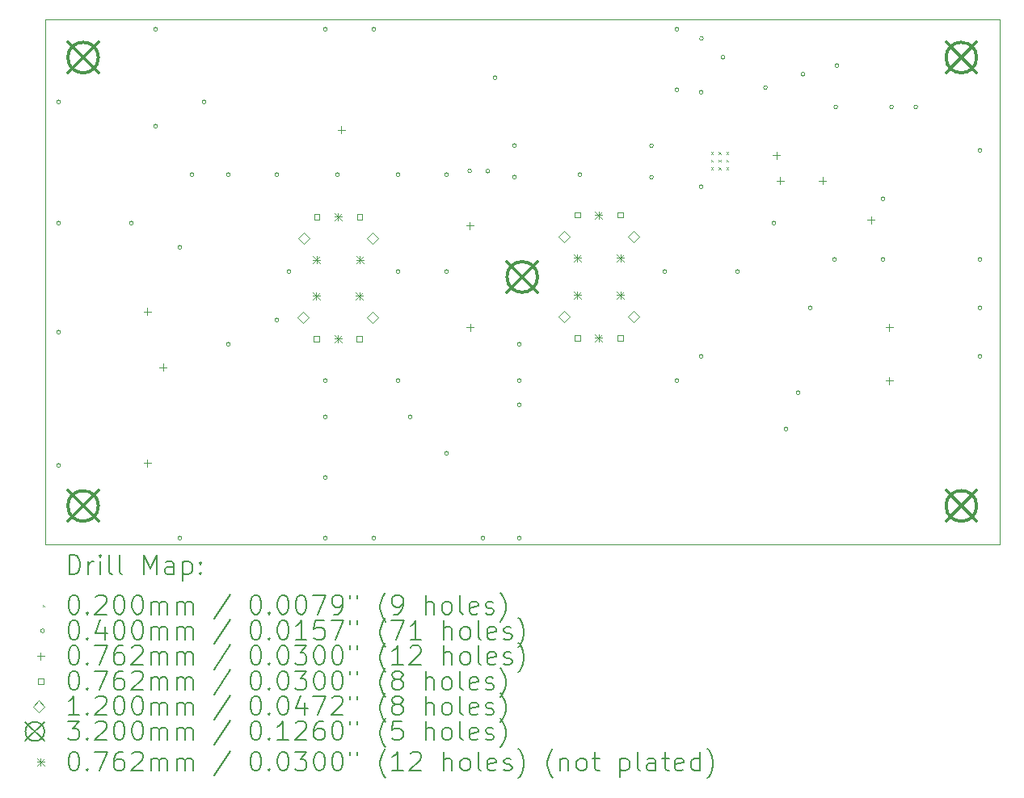
<source format=gbr>
%TF.GenerationSoftware,KiCad,Pcbnew,7.0.7*%
%TF.CreationDate,2023-09-24T18:14:44-04:00*%
%TF.ProjectId,BPF_TX_INJ,4250465f-5458-45f4-994e-4a2e6b696361,rev?*%
%TF.SameCoordinates,PX55d4a80PY3dfd240*%
%TF.FileFunction,Drillmap*%
%TF.FilePolarity,Positive*%
%FSLAX45Y45*%
G04 Gerber Fmt 4.5, Leading zero omitted, Abs format (unit mm)*
G04 Created by KiCad (PCBNEW 7.0.7) date 2023-09-24 18:14:44*
%MOMM*%
%LPD*%
G01*
G04 APERTURE LIST*
%ADD10C,0.100000*%
%ADD11C,0.200000*%
%ADD12C,0.020000*%
%ADD13C,0.040000*%
%ADD14C,0.076200*%
%ADD15C,0.120000*%
%ADD16C,0.320000*%
G04 APERTURE END LIST*
D10*
X10000000Y-5500000D02*
X0Y-5500000D01*
X0Y0D02*
X10000000Y0D01*
X10000000Y0D02*
X10000000Y-5500000D01*
X0Y-5500000D02*
X0Y0D01*
D11*
D12*
X6979750Y-1391200D02*
X6999750Y-1411200D01*
X6999750Y-1391200D02*
X6979750Y-1411200D01*
X6979750Y-1471200D02*
X6999750Y-1491200D01*
X6999750Y-1471200D02*
X6979750Y-1491200D01*
X6979750Y-1551200D02*
X6999750Y-1571200D01*
X6999750Y-1551200D02*
X6979750Y-1571200D01*
X7059750Y-1391200D02*
X7079750Y-1411200D01*
X7079750Y-1391200D02*
X7059750Y-1411200D01*
X7059750Y-1471200D02*
X7079750Y-1491200D01*
X7079750Y-1471200D02*
X7059750Y-1491200D01*
X7059750Y-1551200D02*
X7079750Y-1571200D01*
X7079750Y-1551200D02*
X7059750Y-1571200D01*
X7139750Y-1391200D02*
X7159750Y-1411200D01*
X7159750Y-1391200D02*
X7139750Y-1411200D01*
X7139750Y-1471200D02*
X7159750Y-1491200D01*
X7159750Y-1471200D02*
X7139750Y-1491200D01*
X7139750Y-1551200D02*
X7159750Y-1571200D01*
X7159750Y-1551200D02*
X7139750Y-1571200D01*
D13*
X164000Y-866000D02*
G75*
G03*
X164000Y-866000I-20000J0D01*
G01*
X164000Y-2136000D02*
G75*
G03*
X164000Y-2136000I-20000J0D01*
G01*
X164000Y-3279000D02*
G75*
G03*
X164000Y-3279000I-20000J0D01*
G01*
X164000Y-4676000D02*
G75*
G03*
X164000Y-4676000I-20000J0D01*
G01*
X926000Y-2136000D02*
G75*
G03*
X926000Y-2136000I-20000J0D01*
G01*
X1180000Y-104000D02*
G75*
G03*
X1180000Y-104000I-20000J0D01*
G01*
X1180000Y-1120000D02*
G75*
G03*
X1180000Y-1120000I-20000J0D01*
G01*
X1434000Y-2390000D02*
G75*
G03*
X1434000Y-2390000I-20000J0D01*
G01*
X1434000Y-5438000D02*
G75*
G03*
X1434000Y-5438000I-20000J0D01*
G01*
X1561000Y-1628000D02*
G75*
G03*
X1561000Y-1628000I-20000J0D01*
G01*
X1688000Y-866000D02*
G75*
G03*
X1688000Y-866000I-20000J0D01*
G01*
X1942000Y-1628000D02*
G75*
G03*
X1942000Y-1628000I-20000J0D01*
G01*
X1942000Y-3406000D02*
G75*
G03*
X1942000Y-3406000I-20000J0D01*
G01*
X2450000Y-1628000D02*
G75*
G03*
X2450000Y-1628000I-20000J0D01*
G01*
X2450000Y-3152000D02*
G75*
G03*
X2450000Y-3152000I-20000J0D01*
G01*
X2577000Y-2644000D02*
G75*
G03*
X2577000Y-2644000I-20000J0D01*
G01*
X2958000Y-104000D02*
G75*
G03*
X2958000Y-104000I-20000J0D01*
G01*
X2958000Y-3787000D02*
G75*
G03*
X2958000Y-3787000I-20000J0D01*
G01*
X2958000Y-4168000D02*
G75*
G03*
X2958000Y-4168000I-20000J0D01*
G01*
X2958000Y-4803000D02*
G75*
G03*
X2958000Y-4803000I-20000J0D01*
G01*
X2958000Y-5438000D02*
G75*
G03*
X2958000Y-5438000I-20000J0D01*
G01*
X3085000Y-1628000D02*
G75*
G03*
X3085000Y-1628000I-20000J0D01*
G01*
X3466000Y-104000D02*
G75*
G03*
X3466000Y-104000I-20000J0D01*
G01*
X3466000Y-5438000D02*
G75*
G03*
X3466000Y-5438000I-20000J0D01*
G01*
X3720000Y-1628000D02*
G75*
G03*
X3720000Y-1628000I-20000J0D01*
G01*
X3720000Y-2644000D02*
G75*
G03*
X3720000Y-2644000I-20000J0D01*
G01*
X3720000Y-3787000D02*
G75*
G03*
X3720000Y-3787000I-20000J0D01*
G01*
X3847000Y-4168000D02*
G75*
G03*
X3847000Y-4168000I-20000J0D01*
G01*
X4228000Y-1628000D02*
G75*
G03*
X4228000Y-1628000I-20000J0D01*
G01*
X4228000Y-2644000D02*
G75*
G03*
X4228000Y-2644000I-20000J0D01*
G01*
X4228000Y-4549000D02*
G75*
G03*
X4228000Y-4549000I-20000J0D01*
G01*
X4469300Y-1589900D02*
G75*
G03*
X4469300Y-1589900I-20000J0D01*
G01*
X4609000Y-5438000D02*
G75*
G03*
X4609000Y-5438000I-20000J0D01*
G01*
X4659800Y-1589900D02*
G75*
G03*
X4659800Y-1589900I-20000J0D01*
G01*
X4736000Y-612000D02*
G75*
G03*
X4736000Y-612000I-20000J0D01*
G01*
X4939200Y-1323200D02*
G75*
G03*
X4939200Y-1323200I-20000J0D01*
G01*
X4939200Y-1653400D02*
G75*
G03*
X4939200Y-1653400I-20000J0D01*
G01*
X4990000Y-3406000D02*
G75*
G03*
X4990000Y-3406000I-20000J0D01*
G01*
X4990000Y-3787000D02*
G75*
G03*
X4990000Y-3787000I-20000J0D01*
G01*
X4990000Y-4041000D02*
G75*
G03*
X4990000Y-4041000I-20000J0D01*
G01*
X4990000Y-5438000D02*
G75*
G03*
X4990000Y-5438000I-20000J0D01*
G01*
X5625000Y-1628000D02*
G75*
G03*
X5625000Y-1628000I-20000J0D01*
G01*
X6374300Y-1323200D02*
G75*
G03*
X6374300Y-1323200I-20000J0D01*
G01*
X6374300Y-1653400D02*
G75*
G03*
X6374300Y-1653400I-20000J0D01*
G01*
X6514000Y-2644000D02*
G75*
G03*
X6514000Y-2644000I-20000J0D01*
G01*
X6641000Y-104000D02*
G75*
G03*
X6641000Y-104000I-20000J0D01*
G01*
X6641000Y-739000D02*
G75*
G03*
X6641000Y-739000I-20000J0D01*
G01*
X6641000Y-3787000D02*
G75*
G03*
X6641000Y-3787000I-20000J0D01*
G01*
X6895000Y-764400D02*
G75*
G03*
X6895000Y-764400I-20000J0D01*
G01*
X6895000Y-1755000D02*
G75*
G03*
X6895000Y-1755000I-20000J0D01*
G01*
X6895000Y-3533000D02*
G75*
G03*
X6895000Y-3533000I-20000J0D01*
G01*
X6897350Y-200950D02*
G75*
G03*
X6897350Y-200950I-20000J0D01*
G01*
X7123600Y-396100D02*
G75*
G03*
X7123600Y-396100I-20000J0D01*
G01*
X7276000Y-2644000D02*
G75*
G03*
X7276000Y-2644000I-20000J0D01*
G01*
X7568100Y-713600D02*
G75*
G03*
X7568100Y-713600I-20000J0D01*
G01*
X7657000Y-2136000D02*
G75*
G03*
X7657000Y-2136000I-20000J0D01*
G01*
X7784000Y-4295000D02*
G75*
G03*
X7784000Y-4295000I-20000J0D01*
G01*
X7911000Y-3914000D02*
G75*
G03*
X7911000Y-3914000I-20000J0D01*
G01*
X7961800Y-573900D02*
G75*
G03*
X7961800Y-573900I-20000J0D01*
G01*
X8038000Y-3025000D02*
G75*
G03*
X8038000Y-3025000I-20000J0D01*
G01*
X8292000Y-2517000D02*
G75*
G03*
X8292000Y-2517000I-20000J0D01*
G01*
X8304700Y-916800D02*
G75*
G03*
X8304700Y-916800I-20000J0D01*
G01*
X8317400Y-485000D02*
G75*
G03*
X8317400Y-485000I-20000J0D01*
G01*
X8800000Y-1882000D02*
G75*
G03*
X8800000Y-1882000I-20000J0D01*
G01*
X8800000Y-2517000D02*
G75*
G03*
X8800000Y-2517000I-20000J0D01*
G01*
X8888900Y-916800D02*
G75*
G03*
X8888900Y-916800I-20000J0D01*
G01*
X9142900Y-916800D02*
G75*
G03*
X9142900Y-916800I-20000J0D01*
G01*
X9816000Y-1374000D02*
G75*
G03*
X9816000Y-1374000I-20000J0D01*
G01*
X9816000Y-2517000D02*
G75*
G03*
X9816000Y-2517000I-20000J0D01*
G01*
X9816000Y-3025000D02*
G75*
G03*
X9816000Y-3025000I-20000J0D01*
G01*
X9816000Y-3533000D02*
G75*
G03*
X9816000Y-3533000I-20000J0D01*
G01*
D14*
X1071100Y-3025000D02*
X1071100Y-3101200D01*
X1033000Y-3063100D02*
X1109200Y-3063100D01*
X1071100Y-4612500D02*
X1071100Y-4688700D01*
X1033000Y-4650600D02*
X1109200Y-4650600D01*
X1236200Y-3609200D02*
X1236200Y-3685400D01*
X1198100Y-3647300D02*
X1274300Y-3647300D01*
X3103100Y-1120000D02*
X3103100Y-1196200D01*
X3065000Y-1158100D02*
X3141200Y-1158100D01*
X4449300Y-2123300D02*
X4449300Y-2199500D01*
X4411200Y-2161400D02*
X4487400Y-2161400D01*
X4455500Y-3190100D02*
X4455500Y-3266300D01*
X4417400Y-3228200D02*
X4493600Y-3228200D01*
X7662400Y-1386700D02*
X7662400Y-1462900D01*
X7624300Y-1424800D02*
X7700500Y-1424800D01*
X7701150Y-1653400D02*
X7701150Y-1729600D01*
X7663050Y-1691500D02*
X7739250Y-1691500D01*
X8145000Y-1653400D02*
X8145000Y-1729600D01*
X8106900Y-1691500D02*
X8183100Y-1691500D01*
X8653000Y-2061900D02*
X8653000Y-2138100D01*
X8614900Y-2100000D02*
X8691100Y-2100000D01*
X8843500Y-3190100D02*
X8843500Y-3266300D01*
X8805400Y-3228200D02*
X8881600Y-3228200D01*
X8843500Y-3748900D02*
X8843500Y-3825100D01*
X8805400Y-3787000D02*
X8881600Y-3787000D01*
X2870541Y-3374941D02*
X2870541Y-3321059D01*
X2816659Y-3321059D01*
X2816659Y-3374941D01*
X2870541Y-3374941D01*
X2874141Y-2095841D02*
X2874141Y-2041959D01*
X2820259Y-2041959D01*
X2820259Y-2095841D01*
X2874141Y-2095841D01*
X3320541Y-3374941D02*
X3320541Y-3321059D01*
X3266659Y-3321059D01*
X3266659Y-3374941D01*
X3320541Y-3374941D01*
X3324141Y-2095841D02*
X3324141Y-2041959D01*
X3270259Y-2041959D01*
X3270259Y-2095841D01*
X3324141Y-2095841D01*
X5604741Y-2077641D02*
X5604741Y-2023759D01*
X5550859Y-2023759D01*
X5550859Y-2077641D01*
X5604741Y-2077641D01*
X5604741Y-3365841D02*
X5604741Y-3311959D01*
X5550859Y-3311959D01*
X5550859Y-3365841D01*
X5604741Y-3365841D01*
X6054741Y-2077641D02*
X6054741Y-2023759D01*
X6000859Y-2023759D01*
X6000859Y-2077641D01*
X6054741Y-2077641D01*
X6054741Y-3365841D02*
X6054741Y-3311959D01*
X6000859Y-3311959D01*
X6000859Y-3365841D01*
X6054741Y-3365841D01*
D15*
X2706600Y-3183000D02*
X2766600Y-3123000D01*
X2706600Y-3063000D01*
X2646600Y-3123000D01*
X2706600Y-3183000D01*
X2710200Y-2353900D02*
X2770200Y-2293900D01*
X2710200Y-2233900D01*
X2650200Y-2293900D01*
X2710200Y-2353900D01*
X3430600Y-3183000D02*
X3490600Y-3123000D01*
X3430600Y-3063000D01*
X3370600Y-3123000D01*
X3430600Y-3183000D01*
X3434200Y-2353900D02*
X3494200Y-2293900D01*
X3434200Y-2233900D01*
X3374200Y-2293900D01*
X3434200Y-2353900D01*
X5440800Y-2335700D02*
X5500800Y-2275700D01*
X5440800Y-2215700D01*
X5380800Y-2275700D01*
X5440800Y-2335700D01*
X5440800Y-3173900D02*
X5500800Y-3113900D01*
X5440800Y-3053900D01*
X5380800Y-3113900D01*
X5440800Y-3173900D01*
X6164800Y-2335700D02*
X6224800Y-2275700D01*
X6164800Y-2215700D01*
X6104800Y-2275700D01*
X6164800Y-2335700D01*
X6164800Y-3173900D02*
X6224800Y-3113900D01*
X6164800Y-3053900D01*
X6104800Y-3113900D01*
X6164800Y-3173900D01*
D16*
X240000Y-240000D02*
X560000Y-560000D01*
X560000Y-240000D02*
X240000Y-560000D01*
X560000Y-400000D02*
G75*
G03*
X560000Y-400000I-160000J0D01*
G01*
X240000Y-4940000D02*
X560000Y-5260000D01*
X560000Y-4940000D02*
X240000Y-5260000D01*
X560000Y-5100000D02*
G75*
G03*
X560000Y-5100000I-160000J0D01*
G01*
X4840000Y-2540000D02*
X5160000Y-2860000D01*
X5160000Y-2540000D02*
X4840000Y-2860000D01*
X5160000Y-2700000D02*
G75*
G03*
X5160000Y-2700000I-160000J0D01*
G01*
X9440000Y-240000D02*
X9760000Y-560000D01*
X9760000Y-240000D02*
X9440000Y-560000D01*
X9760000Y-400000D02*
G75*
G03*
X9760000Y-400000I-160000J0D01*
G01*
X9440000Y-4940000D02*
X9760000Y-5260000D01*
X9760000Y-4940000D02*
X9440000Y-5260000D01*
X9760000Y-5100000D02*
G75*
G03*
X9760000Y-5100000I-160000J0D01*
G01*
D14*
X2805500Y-2859900D02*
X2881700Y-2936100D01*
X2881700Y-2859900D02*
X2805500Y-2936100D01*
X2843600Y-2859900D02*
X2843600Y-2936100D01*
X2805500Y-2898000D02*
X2881700Y-2898000D01*
X2809100Y-2480800D02*
X2885300Y-2557000D01*
X2885300Y-2480800D02*
X2809100Y-2557000D01*
X2847200Y-2480800D02*
X2847200Y-2557000D01*
X2809100Y-2518900D02*
X2885300Y-2518900D01*
X3030500Y-3309900D02*
X3106700Y-3386100D01*
X3106700Y-3309900D02*
X3030500Y-3386100D01*
X3068600Y-3309900D02*
X3068600Y-3386100D01*
X3030500Y-3348000D02*
X3106700Y-3348000D01*
X3034100Y-2030800D02*
X3110300Y-2107000D01*
X3110300Y-2030800D02*
X3034100Y-2107000D01*
X3072200Y-2030800D02*
X3072200Y-2107000D01*
X3034100Y-2068900D02*
X3110300Y-2068900D01*
X3255500Y-2859900D02*
X3331700Y-2936100D01*
X3331700Y-2859900D02*
X3255500Y-2936100D01*
X3293600Y-2859900D02*
X3293600Y-2936100D01*
X3255500Y-2898000D02*
X3331700Y-2898000D01*
X3259100Y-2480800D02*
X3335300Y-2557000D01*
X3335300Y-2480800D02*
X3259100Y-2557000D01*
X3297200Y-2480800D02*
X3297200Y-2557000D01*
X3259100Y-2518900D02*
X3335300Y-2518900D01*
X5539700Y-2462600D02*
X5615900Y-2538800D01*
X5615900Y-2462600D02*
X5539700Y-2538800D01*
X5577800Y-2462600D02*
X5577800Y-2538800D01*
X5539700Y-2500700D02*
X5615900Y-2500700D01*
X5539700Y-2850800D02*
X5615900Y-2927000D01*
X5615900Y-2850800D02*
X5539700Y-2927000D01*
X5577800Y-2850800D02*
X5577800Y-2927000D01*
X5539700Y-2888900D02*
X5615900Y-2888900D01*
X5764700Y-2012600D02*
X5840900Y-2088800D01*
X5840900Y-2012600D02*
X5764700Y-2088800D01*
X5802800Y-2012600D02*
X5802800Y-2088800D01*
X5764700Y-2050700D02*
X5840900Y-2050700D01*
X5764700Y-3300800D02*
X5840900Y-3377000D01*
X5840900Y-3300800D02*
X5764700Y-3377000D01*
X5802800Y-3300800D02*
X5802800Y-3377000D01*
X5764700Y-3338900D02*
X5840900Y-3338900D01*
X5989700Y-2462600D02*
X6065900Y-2538800D01*
X6065900Y-2462600D02*
X5989700Y-2538800D01*
X6027800Y-2462600D02*
X6027800Y-2538800D01*
X5989700Y-2500700D02*
X6065900Y-2500700D01*
X5989700Y-2850800D02*
X6065900Y-2927000D01*
X6065900Y-2850800D02*
X5989700Y-2927000D01*
X6027800Y-2850800D02*
X6027800Y-2927000D01*
X5989700Y-2888900D02*
X6065900Y-2888900D01*
D11*
X255777Y-5816484D02*
X255777Y-5616484D01*
X255777Y-5616484D02*
X303396Y-5616484D01*
X303396Y-5616484D02*
X331967Y-5626008D01*
X331967Y-5626008D02*
X351015Y-5645055D01*
X351015Y-5645055D02*
X360539Y-5664103D01*
X360539Y-5664103D02*
X370062Y-5702198D01*
X370062Y-5702198D02*
X370062Y-5730769D01*
X370062Y-5730769D02*
X360539Y-5768865D01*
X360539Y-5768865D02*
X351015Y-5787912D01*
X351015Y-5787912D02*
X331967Y-5806960D01*
X331967Y-5806960D02*
X303396Y-5816484D01*
X303396Y-5816484D02*
X255777Y-5816484D01*
X455777Y-5816484D02*
X455777Y-5683150D01*
X455777Y-5721246D02*
X465301Y-5702198D01*
X465301Y-5702198D02*
X474824Y-5692674D01*
X474824Y-5692674D02*
X493872Y-5683150D01*
X493872Y-5683150D02*
X512920Y-5683150D01*
X579586Y-5816484D02*
X579586Y-5683150D01*
X579586Y-5616484D02*
X570063Y-5626008D01*
X570063Y-5626008D02*
X579586Y-5635531D01*
X579586Y-5635531D02*
X589110Y-5626008D01*
X589110Y-5626008D02*
X579586Y-5616484D01*
X579586Y-5616484D02*
X579586Y-5635531D01*
X703396Y-5816484D02*
X684348Y-5806960D01*
X684348Y-5806960D02*
X674824Y-5787912D01*
X674824Y-5787912D02*
X674824Y-5616484D01*
X808158Y-5816484D02*
X789110Y-5806960D01*
X789110Y-5806960D02*
X779586Y-5787912D01*
X779586Y-5787912D02*
X779586Y-5616484D01*
X1036729Y-5816484D02*
X1036729Y-5616484D01*
X1036729Y-5616484D02*
X1103396Y-5759341D01*
X1103396Y-5759341D02*
X1170063Y-5616484D01*
X1170063Y-5616484D02*
X1170063Y-5816484D01*
X1351015Y-5816484D02*
X1351015Y-5711722D01*
X1351015Y-5711722D02*
X1341491Y-5692674D01*
X1341491Y-5692674D02*
X1322444Y-5683150D01*
X1322444Y-5683150D02*
X1284348Y-5683150D01*
X1284348Y-5683150D02*
X1265301Y-5692674D01*
X1351015Y-5806960D02*
X1331967Y-5816484D01*
X1331967Y-5816484D02*
X1284348Y-5816484D01*
X1284348Y-5816484D02*
X1265301Y-5806960D01*
X1265301Y-5806960D02*
X1255777Y-5787912D01*
X1255777Y-5787912D02*
X1255777Y-5768865D01*
X1255777Y-5768865D02*
X1265301Y-5749817D01*
X1265301Y-5749817D02*
X1284348Y-5740293D01*
X1284348Y-5740293D02*
X1331967Y-5740293D01*
X1331967Y-5740293D02*
X1351015Y-5730769D01*
X1446253Y-5683150D02*
X1446253Y-5883150D01*
X1446253Y-5692674D02*
X1465301Y-5683150D01*
X1465301Y-5683150D02*
X1503396Y-5683150D01*
X1503396Y-5683150D02*
X1522443Y-5692674D01*
X1522443Y-5692674D02*
X1531967Y-5702198D01*
X1531967Y-5702198D02*
X1541491Y-5721246D01*
X1541491Y-5721246D02*
X1541491Y-5778388D01*
X1541491Y-5778388D02*
X1531967Y-5797436D01*
X1531967Y-5797436D02*
X1522443Y-5806960D01*
X1522443Y-5806960D02*
X1503396Y-5816484D01*
X1503396Y-5816484D02*
X1465301Y-5816484D01*
X1465301Y-5816484D02*
X1446253Y-5806960D01*
X1627205Y-5797436D02*
X1636729Y-5806960D01*
X1636729Y-5806960D02*
X1627205Y-5816484D01*
X1627205Y-5816484D02*
X1617682Y-5806960D01*
X1617682Y-5806960D02*
X1627205Y-5797436D01*
X1627205Y-5797436D02*
X1627205Y-5816484D01*
X1627205Y-5692674D02*
X1636729Y-5702198D01*
X1636729Y-5702198D02*
X1627205Y-5711722D01*
X1627205Y-5711722D02*
X1617682Y-5702198D01*
X1617682Y-5702198D02*
X1627205Y-5692674D01*
X1627205Y-5692674D02*
X1627205Y-5711722D01*
D12*
X-25000Y-6135000D02*
X-5000Y-6155000D01*
X-5000Y-6135000D02*
X-25000Y-6155000D01*
D11*
X293872Y-6036484D02*
X312920Y-6036484D01*
X312920Y-6036484D02*
X331967Y-6046008D01*
X331967Y-6046008D02*
X341491Y-6055531D01*
X341491Y-6055531D02*
X351015Y-6074579D01*
X351015Y-6074579D02*
X360539Y-6112674D01*
X360539Y-6112674D02*
X360539Y-6160293D01*
X360539Y-6160293D02*
X351015Y-6198388D01*
X351015Y-6198388D02*
X341491Y-6217436D01*
X341491Y-6217436D02*
X331967Y-6226960D01*
X331967Y-6226960D02*
X312920Y-6236484D01*
X312920Y-6236484D02*
X293872Y-6236484D01*
X293872Y-6236484D02*
X274824Y-6226960D01*
X274824Y-6226960D02*
X265301Y-6217436D01*
X265301Y-6217436D02*
X255777Y-6198388D01*
X255777Y-6198388D02*
X246253Y-6160293D01*
X246253Y-6160293D02*
X246253Y-6112674D01*
X246253Y-6112674D02*
X255777Y-6074579D01*
X255777Y-6074579D02*
X265301Y-6055531D01*
X265301Y-6055531D02*
X274824Y-6046008D01*
X274824Y-6046008D02*
X293872Y-6036484D01*
X446253Y-6217436D02*
X455777Y-6226960D01*
X455777Y-6226960D02*
X446253Y-6236484D01*
X446253Y-6236484D02*
X436729Y-6226960D01*
X436729Y-6226960D02*
X446253Y-6217436D01*
X446253Y-6217436D02*
X446253Y-6236484D01*
X531967Y-6055531D02*
X541491Y-6046008D01*
X541491Y-6046008D02*
X560539Y-6036484D01*
X560539Y-6036484D02*
X608158Y-6036484D01*
X608158Y-6036484D02*
X627205Y-6046008D01*
X627205Y-6046008D02*
X636729Y-6055531D01*
X636729Y-6055531D02*
X646253Y-6074579D01*
X646253Y-6074579D02*
X646253Y-6093627D01*
X646253Y-6093627D02*
X636729Y-6122198D01*
X636729Y-6122198D02*
X522443Y-6236484D01*
X522443Y-6236484D02*
X646253Y-6236484D01*
X770062Y-6036484D02*
X789110Y-6036484D01*
X789110Y-6036484D02*
X808158Y-6046008D01*
X808158Y-6046008D02*
X817682Y-6055531D01*
X817682Y-6055531D02*
X827205Y-6074579D01*
X827205Y-6074579D02*
X836729Y-6112674D01*
X836729Y-6112674D02*
X836729Y-6160293D01*
X836729Y-6160293D02*
X827205Y-6198388D01*
X827205Y-6198388D02*
X817682Y-6217436D01*
X817682Y-6217436D02*
X808158Y-6226960D01*
X808158Y-6226960D02*
X789110Y-6236484D01*
X789110Y-6236484D02*
X770062Y-6236484D01*
X770062Y-6236484D02*
X751015Y-6226960D01*
X751015Y-6226960D02*
X741491Y-6217436D01*
X741491Y-6217436D02*
X731967Y-6198388D01*
X731967Y-6198388D02*
X722443Y-6160293D01*
X722443Y-6160293D02*
X722443Y-6112674D01*
X722443Y-6112674D02*
X731967Y-6074579D01*
X731967Y-6074579D02*
X741491Y-6055531D01*
X741491Y-6055531D02*
X751015Y-6046008D01*
X751015Y-6046008D02*
X770062Y-6036484D01*
X960539Y-6036484D02*
X979586Y-6036484D01*
X979586Y-6036484D02*
X998634Y-6046008D01*
X998634Y-6046008D02*
X1008158Y-6055531D01*
X1008158Y-6055531D02*
X1017682Y-6074579D01*
X1017682Y-6074579D02*
X1027205Y-6112674D01*
X1027205Y-6112674D02*
X1027205Y-6160293D01*
X1027205Y-6160293D02*
X1017682Y-6198388D01*
X1017682Y-6198388D02*
X1008158Y-6217436D01*
X1008158Y-6217436D02*
X998634Y-6226960D01*
X998634Y-6226960D02*
X979586Y-6236484D01*
X979586Y-6236484D02*
X960539Y-6236484D01*
X960539Y-6236484D02*
X941491Y-6226960D01*
X941491Y-6226960D02*
X931967Y-6217436D01*
X931967Y-6217436D02*
X922443Y-6198388D01*
X922443Y-6198388D02*
X912920Y-6160293D01*
X912920Y-6160293D02*
X912920Y-6112674D01*
X912920Y-6112674D02*
X922443Y-6074579D01*
X922443Y-6074579D02*
X931967Y-6055531D01*
X931967Y-6055531D02*
X941491Y-6046008D01*
X941491Y-6046008D02*
X960539Y-6036484D01*
X1112920Y-6236484D02*
X1112920Y-6103150D01*
X1112920Y-6122198D02*
X1122444Y-6112674D01*
X1122444Y-6112674D02*
X1141491Y-6103150D01*
X1141491Y-6103150D02*
X1170063Y-6103150D01*
X1170063Y-6103150D02*
X1189110Y-6112674D01*
X1189110Y-6112674D02*
X1198634Y-6131722D01*
X1198634Y-6131722D02*
X1198634Y-6236484D01*
X1198634Y-6131722D02*
X1208158Y-6112674D01*
X1208158Y-6112674D02*
X1227205Y-6103150D01*
X1227205Y-6103150D02*
X1255777Y-6103150D01*
X1255777Y-6103150D02*
X1274825Y-6112674D01*
X1274825Y-6112674D02*
X1284348Y-6131722D01*
X1284348Y-6131722D02*
X1284348Y-6236484D01*
X1379586Y-6236484D02*
X1379586Y-6103150D01*
X1379586Y-6122198D02*
X1389110Y-6112674D01*
X1389110Y-6112674D02*
X1408158Y-6103150D01*
X1408158Y-6103150D02*
X1436729Y-6103150D01*
X1436729Y-6103150D02*
X1455777Y-6112674D01*
X1455777Y-6112674D02*
X1465301Y-6131722D01*
X1465301Y-6131722D02*
X1465301Y-6236484D01*
X1465301Y-6131722D02*
X1474824Y-6112674D01*
X1474824Y-6112674D02*
X1493872Y-6103150D01*
X1493872Y-6103150D02*
X1522443Y-6103150D01*
X1522443Y-6103150D02*
X1541491Y-6112674D01*
X1541491Y-6112674D02*
X1551015Y-6131722D01*
X1551015Y-6131722D02*
X1551015Y-6236484D01*
X1941491Y-6026960D02*
X1770063Y-6284103D01*
X2198634Y-6036484D02*
X2217682Y-6036484D01*
X2217682Y-6036484D02*
X2236729Y-6046008D01*
X2236729Y-6046008D02*
X2246253Y-6055531D01*
X2246253Y-6055531D02*
X2255777Y-6074579D01*
X2255777Y-6074579D02*
X2265301Y-6112674D01*
X2265301Y-6112674D02*
X2265301Y-6160293D01*
X2265301Y-6160293D02*
X2255777Y-6198388D01*
X2255777Y-6198388D02*
X2246253Y-6217436D01*
X2246253Y-6217436D02*
X2236729Y-6226960D01*
X2236729Y-6226960D02*
X2217682Y-6236484D01*
X2217682Y-6236484D02*
X2198634Y-6236484D01*
X2198634Y-6236484D02*
X2179587Y-6226960D01*
X2179587Y-6226960D02*
X2170063Y-6217436D01*
X2170063Y-6217436D02*
X2160539Y-6198388D01*
X2160539Y-6198388D02*
X2151015Y-6160293D01*
X2151015Y-6160293D02*
X2151015Y-6112674D01*
X2151015Y-6112674D02*
X2160539Y-6074579D01*
X2160539Y-6074579D02*
X2170063Y-6055531D01*
X2170063Y-6055531D02*
X2179587Y-6046008D01*
X2179587Y-6046008D02*
X2198634Y-6036484D01*
X2351015Y-6217436D02*
X2360539Y-6226960D01*
X2360539Y-6226960D02*
X2351015Y-6236484D01*
X2351015Y-6236484D02*
X2341491Y-6226960D01*
X2341491Y-6226960D02*
X2351015Y-6217436D01*
X2351015Y-6217436D02*
X2351015Y-6236484D01*
X2484348Y-6036484D02*
X2503396Y-6036484D01*
X2503396Y-6036484D02*
X2522444Y-6046008D01*
X2522444Y-6046008D02*
X2531968Y-6055531D01*
X2531968Y-6055531D02*
X2541491Y-6074579D01*
X2541491Y-6074579D02*
X2551015Y-6112674D01*
X2551015Y-6112674D02*
X2551015Y-6160293D01*
X2551015Y-6160293D02*
X2541491Y-6198388D01*
X2541491Y-6198388D02*
X2531968Y-6217436D01*
X2531968Y-6217436D02*
X2522444Y-6226960D01*
X2522444Y-6226960D02*
X2503396Y-6236484D01*
X2503396Y-6236484D02*
X2484348Y-6236484D01*
X2484348Y-6236484D02*
X2465301Y-6226960D01*
X2465301Y-6226960D02*
X2455777Y-6217436D01*
X2455777Y-6217436D02*
X2446253Y-6198388D01*
X2446253Y-6198388D02*
X2436729Y-6160293D01*
X2436729Y-6160293D02*
X2436729Y-6112674D01*
X2436729Y-6112674D02*
X2446253Y-6074579D01*
X2446253Y-6074579D02*
X2455777Y-6055531D01*
X2455777Y-6055531D02*
X2465301Y-6046008D01*
X2465301Y-6046008D02*
X2484348Y-6036484D01*
X2674825Y-6036484D02*
X2693872Y-6036484D01*
X2693872Y-6036484D02*
X2712920Y-6046008D01*
X2712920Y-6046008D02*
X2722444Y-6055531D01*
X2722444Y-6055531D02*
X2731968Y-6074579D01*
X2731968Y-6074579D02*
X2741491Y-6112674D01*
X2741491Y-6112674D02*
X2741491Y-6160293D01*
X2741491Y-6160293D02*
X2731968Y-6198388D01*
X2731968Y-6198388D02*
X2722444Y-6217436D01*
X2722444Y-6217436D02*
X2712920Y-6226960D01*
X2712920Y-6226960D02*
X2693872Y-6236484D01*
X2693872Y-6236484D02*
X2674825Y-6236484D01*
X2674825Y-6236484D02*
X2655777Y-6226960D01*
X2655777Y-6226960D02*
X2646253Y-6217436D01*
X2646253Y-6217436D02*
X2636729Y-6198388D01*
X2636729Y-6198388D02*
X2627206Y-6160293D01*
X2627206Y-6160293D02*
X2627206Y-6112674D01*
X2627206Y-6112674D02*
X2636729Y-6074579D01*
X2636729Y-6074579D02*
X2646253Y-6055531D01*
X2646253Y-6055531D02*
X2655777Y-6046008D01*
X2655777Y-6046008D02*
X2674825Y-6036484D01*
X2808158Y-6036484D02*
X2941491Y-6036484D01*
X2941491Y-6036484D02*
X2855777Y-6236484D01*
X3027206Y-6236484D02*
X3065301Y-6236484D01*
X3065301Y-6236484D02*
X3084348Y-6226960D01*
X3084348Y-6226960D02*
X3093872Y-6217436D01*
X3093872Y-6217436D02*
X3112920Y-6188865D01*
X3112920Y-6188865D02*
X3122444Y-6150769D01*
X3122444Y-6150769D02*
X3122444Y-6074579D01*
X3122444Y-6074579D02*
X3112920Y-6055531D01*
X3112920Y-6055531D02*
X3103396Y-6046008D01*
X3103396Y-6046008D02*
X3084348Y-6036484D01*
X3084348Y-6036484D02*
X3046253Y-6036484D01*
X3046253Y-6036484D02*
X3027206Y-6046008D01*
X3027206Y-6046008D02*
X3017682Y-6055531D01*
X3017682Y-6055531D02*
X3008158Y-6074579D01*
X3008158Y-6074579D02*
X3008158Y-6122198D01*
X3008158Y-6122198D02*
X3017682Y-6141246D01*
X3017682Y-6141246D02*
X3027206Y-6150769D01*
X3027206Y-6150769D02*
X3046253Y-6160293D01*
X3046253Y-6160293D02*
X3084348Y-6160293D01*
X3084348Y-6160293D02*
X3103396Y-6150769D01*
X3103396Y-6150769D02*
X3112920Y-6141246D01*
X3112920Y-6141246D02*
X3122444Y-6122198D01*
X3198634Y-6036484D02*
X3198634Y-6074579D01*
X3274825Y-6036484D02*
X3274825Y-6074579D01*
X3570063Y-6312674D02*
X3560539Y-6303150D01*
X3560539Y-6303150D02*
X3541491Y-6274579D01*
X3541491Y-6274579D02*
X3531968Y-6255531D01*
X3531968Y-6255531D02*
X3522444Y-6226960D01*
X3522444Y-6226960D02*
X3512920Y-6179341D01*
X3512920Y-6179341D02*
X3512920Y-6141246D01*
X3512920Y-6141246D02*
X3522444Y-6093627D01*
X3522444Y-6093627D02*
X3531968Y-6065055D01*
X3531968Y-6065055D02*
X3541491Y-6046008D01*
X3541491Y-6046008D02*
X3560539Y-6017436D01*
X3560539Y-6017436D02*
X3570063Y-6007912D01*
X3655777Y-6236484D02*
X3693872Y-6236484D01*
X3693872Y-6236484D02*
X3712920Y-6226960D01*
X3712920Y-6226960D02*
X3722444Y-6217436D01*
X3722444Y-6217436D02*
X3741491Y-6188865D01*
X3741491Y-6188865D02*
X3751015Y-6150769D01*
X3751015Y-6150769D02*
X3751015Y-6074579D01*
X3751015Y-6074579D02*
X3741491Y-6055531D01*
X3741491Y-6055531D02*
X3731968Y-6046008D01*
X3731968Y-6046008D02*
X3712920Y-6036484D01*
X3712920Y-6036484D02*
X3674825Y-6036484D01*
X3674825Y-6036484D02*
X3655777Y-6046008D01*
X3655777Y-6046008D02*
X3646253Y-6055531D01*
X3646253Y-6055531D02*
X3636729Y-6074579D01*
X3636729Y-6074579D02*
X3636729Y-6122198D01*
X3636729Y-6122198D02*
X3646253Y-6141246D01*
X3646253Y-6141246D02*
X3655777Y-6150769D01*
X3655777Y-6150769D02*
X3674825Y-6160293D01*
X3674825Y-6160293D02*
X3712920Y-6160293D01*
X3712920Y-6160293D02*
X3731968Y-6150769D01*
X3731968Y-6150769D02*
X3741491Y-6141246D01*
X3741491Y-6141246D02*
X3751015Y-6122198D01*
X3989110Y-6236484D02*
X3989110Y-6036484D01*
X4074825Y-6236484D02*
X4074825Y-6131722D01*
X4074825Y-6131722D02*
X4065301Y-6112674D01*
X4065301Y-6112674D02*
X4046253Y-6103150D01*
X4046253Y-6103150D02*
X4017682Y-6103150D01*
X4017682Y-6103150D02*
X3998634Y-6112674D01*
X3998634Y-6112674D02*
X3989110Y-6122198D01*
X4198634Y-6236484D02*
X4179587Y-6226960D01*
X4179587Y-6226960D02*
X4170063Y-6217436D01*
X4170063Y-6217436D02*
X4160539Y-6198388D01*
X4160539Y-6198388D02*
X4160539Y-6141246D01*
X4160539Y-6141246D02*
X4170063Y-6122198D01*
X4170063Y-6122198D02*
X4179587Y-6112674D01*
X4179587Y-6112674D02*
X4198634Y-6103150D01*
X4198634Y-6103150D02*
X4227206Y-6103150D01*
X4227206Y-6103150D02*
X4246253Y-6112674D01*
X4246253Y-6112674D02*
X4255777Y-6122198D01*
X4255777Y-6122198D02*
X4265301Y-6141246D01*
X4265301Y-6141246D02*
X4265301Y-6198388D01*
X4265301Y-6198388D02*
X4255777Y-6217436D01*
X4255777Y-6217436D02*
X4246253Y-6226960D01*
X4246253Y-6226960D02*
X4227206Y-6236484D01*
X4227206Y-6236484D02*
X4198634Y-6236484D01*
X4379587Y-6236484D02*
X4360539Y-6226960D01*
X4360539Y-6226960D02*
X4351015Y-6207912D01*
X4351015Y-6207912D02*
X4351015Y-6036484D01*
X4531968Y-6226960D02*
X4512920Y-6236484D01*
X4512920Y-6236484D02*
X4474825Y-6236484D01*
X4474825Y-6236484D02*
X4455777Y-6226960D01*
X4455777Y-6226960D02*
X4446253Y-6207912D01*
X4446253Y-6207912D02*
X4446253Y-6131722D01*
X4446253Y-6131722D02*
X4455777Y-6112674D01*
X4455777Y-6112674D02*
X4474825Y-6103150D01*
X4474825Y-6103150D02*
X4512920Y-6103150D01*
X4512920Y-6103150D02*
X4531968Y-6112674D01*
X4531968Y-6112674D02*
X4541492Y-6131722D01*
X4541492Y-6131722D02*
X4541492Y-6150769D01*
X4541492Y-6150769D02*
X4446253Y-6169817D01*
X4617682Y-6226960D02*
X4636730Y-6236484D01*
X4636730Y-6236484D02*
X4674825Y-6236484D01*
X4674825Y-6236484D02*
X4693873Y-6226960D01*
X4693873Y-6226960D02*
X4703396Y-6207912D01*
X4703396Y-6207912D02*
X4703396Y-6198388D01*
X4703396Y-6198388D02*
X4693873Y-6179341D01*
X4693873Y-6179341D02*
X4674825Y-6169817D01*
X4674825Y-6169817D02*
X4646253Y-6169817D01*
X4646253Y-6169817D02*
X4627206Y-6160293D01*
X4627206Y-6160293D02*
X4617682Y-6141246D01*
X4617682Y-6141246D02*
X4617682Y-6131722D01*
X4617682Y-6131722D02*
X4627206Y-6112674D01*
X4627206Y-6112674D02*
X4646253Y-6103150D01*
X4646253Y-6103150D02*
X4674825Y-6103150D01*
X4674825Y-6103150D02*
X4693873Y-6112674D01*
X4770063Y-6312674D02*
X4779587Y-6303150D01*
X4779587Y-6303150D02*
X4798634Y-6274579D01*
X4798634Y-6274579D02*
X4808158Y-6255531D01*
X4808158Y-6255531D02*
X4817682Y-6226960D01*
X4817682Y-6226960D02*
X4827206Y-6179341D01*
X4827206Y-6179341D02*
X4827206Y-6141246D01*
X4827206Y-6141246D02*
X4817682Y-6093627D01*
X4817682Y-6093627D02*
X4808158Y-6065055D01*
X4808158Y-6065055D02*
X4798634Y-6046008D01*
X4798634Y-6046008D02*
X4779587Y-6017436D01*
X4779587Y-6017436D02*
X4770063Y-6007912D01*
D13*
X-5000Y-6409000D02*
G75*
G03*
X-5000Y-6409000I-20000J0D01*
G01*
D11*
X293872Y-6300484D02*
X312920Y-6300484D01*
X312920Y-6300484D02*
X331967Y-6310008D01*
X331967Y-6310008D02*
X341491Y-6319531D01*
X341491Y-6319531D02*
X351015Y-6338579D01*
X351015Y-6338579D02*
X360539Y-6376674D01*
X360539Y-6376674D02*
X360539Y-6424293D01*
X360539Y-6424293D02*
X351015Y-6462388D01*
X351015Y-6462388D02*
X341491Y-6481436D01*
X341491Y-6481436D02*
X331967Y-6490960D01*
X331967Y-6490960D02*
X312920Y-6500484D01*
X312920Y-6500484D02*
X293872Y-6500484D01*
X293872Y-6500484D02*
X274824Y-6490960D01*
X274824Y-6490960D02*
X265301Y-6481436D01*
X265301Y-6481436D02*
X255777Y-6462388D01*
X255777Y-6462388D02*
X246253Y-6424293D01*
X246253Y-6424293D02*
X246253Y-6376674D01*
X246253Y-6376674D02*
X255777Y-6338579D01*
X255777Y-6338579D02*
X265301Y-6319531D01*
X265301Y-6319531D02*
X274824Y-6310008D01*
X274824Y-6310008D02*
X293872Y-6300484D01*
X446253Y-6481436D02*
X455777Y-6490960D01*
X455777Y-6490960D02*
X446253Y-6500484D01*
X446253Y-6500484D02*
X436729Y-6490960D01*
X436729Y-6490960D02*
X446253Y-6481436D01*
X446253Y-6481436D02*
X446253Y-6500484D01*
X627205Y-6367150D02*
X627205Y-6500484D01*
X579586Y-6290960D02*
X531967Y-6433817D01*
X531967Y-6433817D02*
X655777Y-6433817D01*
X770062Y-6300484D02*
X789110Y-6300484D01*
X789110Y-6300484D02*
X808158Y-6310008D01*
X808158Y-6310008D02*
X817682Y-6319531D01*
X817682Y-6319531D02*
X827205Y-6338579D01*
X827205Y-6338579D02*
X836729Y-6376674D01*
X836729Y-6376674D02*
X836729Y-6424293D01*
X836729Y-6424293D02*
X827205Y-6462388D01*
X827205Y-6462388D02*
X817682Y-6481436D01*
X817682Y-6481436D02*
X808158Y-6490960D01*
X808158Y-6490960D02*
X789110Y-6500484D01*
X789110Y-6500484D02*
X770062Y-6500484D01*
X770062Y-6500484D02*
X751015Y-6490960D01*
X751015Y-6490960D02*
X741491Y-6481436D01*
X741491Y-6481436D02*
X731967Y-6462388D01*
X731967Y-6462388D02*
X722443Y-6424293D01*
X722443Y-6424293D02*
X722443Y-6376674D01*
X722443Y-6376674D02*
X731967Y-6338579D01*
X731967Y-6338579D02*
X741491Y-6319531D01*
X741491Y-6319531D02*
X751015Y-6310008D01*
X751015Y-6310008D02*
X770062Y-6300484D01*
X960539Y-6300484D02*
X979586Y-6300484D01*
X979586Y-6300484D02*
X998634Y-6310008D01*
X998634Y-6310008D02*
X1008158Y-6319531D01*
X1008158Y-6319531D02*
X1017682Y-6338579D01*
X1017682Y-6338579D02*
X1027205Y-6376674D01*
X1027205Y-6376674D02*
X1027205Y-6424293D01*
X1027205Y-6424293D02*
X1017682Y-6462388D01*
X1017682Y-6462388D02*
X1008158Y-6481436D01*
X1008158Y-6481436D02*
X998634Y-6490960D01*
X998634Y-6490960D02*
X979586Y-6500484D01*
X979586Y-6500484D02*
X960539Y-6500484D01*
X960539Y-6500484D02*
X941491Y-6490960D01*
X941491Y-6490960D02*
X931967Y-6481436D01*
X931967Y-6481436D02*
X922443Y-6462388D01*
X922443Y-6462388D02*
X912920Y-6424293D01*
X912920Y-6424293D02*
X912920Y-6376674D01*
X912920Y-6376674D02*
X922443Y-6338579D01*
X922443Y-6338579D02*
X931967Y-6319531D01*
X931967Y-6319531D02*
X941491Y-6310008D01*
X941491Y-6310008D02*
X960539Y-6300484D01*
X1112920Y-6500484D02*
X1112920Y-6367150D01*
X1112920Y-6386198D02*
X1122444Y-6376674D01*
X1122444Y-6376674D02*
X1141491Y-6367150D01*
X1141491Y-6367150D02*
X1170063Y-6367150D01*
X1170063Y-6367150D02*
X1189110Y-6376674D01*
X1189110Y-6376674D02*
X1198634Y-6395722D01*
X1198634Y-6395722D02*
X1198634Y-6500484D01*
X1198634Y-6395722D02*
X1208158Y-6376674D01*
X1208158Y-6376674D02*
X1227205Y-6367150D01*
X1227205Y-6367150D02*
X1255777Y-6367150D01*
X1255777Y-6367150D02*
X1274825Y-6376674D01*
X1274825Y-6376674D02*
X1284348Y-6395722D01*
X1284348Y-6395722D02*
X1284348Y-6500484D01*
X1379586Y-6500484D02*
X1379586Y-6367150D01*
X1379586Y-6386198D02*
X1389110Y-6376674D01*
X1389110Y-6376674D02*
X1408158Y-6367150D01*
X1408158Y-6367150D02*
X1436729Y-6367150D01*
X1436729Y-6367150D02*
X1455777Y-6376674D01*
X1455777Y-6376674D02*
X1465301Y-6395722D01*
X1465301Y-6395722D02*
X1465301Y-6500484D01*
X1465301Y-6395722D02*
X1474824Y-6376674D01*
X1474824Y-6376674D02*
X1493872Y-6367150D01*
X1493872Y-6367150D02*
X1522443Y-6367150D01*
X1522443Y-6367150D02*
X1541491Y-6376674D01*
X1541491Y-6376674D02*
X1551015Y-6395722D01*
X1551015Y-6395722D02*
X1551015Y-6500484D01*
X1941491Y-6290960D02*
X1770063Y-6548103D01*
X2198634Y-6300484D02*
X2217682Y-6300484D01*
X2217682Y-6300484D02*
X2236729Y-6310008D01*
X2236729Y-6310008D02*
X2246253Y-6319531D01*
X2246253Y-6319531D02*
X2255777Y-6338579D01*
X2255777Y-6338579D02*
X2265301Y-6376674D01*
X2265301Y-6376674D02*
X2265301Y-6424293D01*
X2265301Y-6424293D02*
X2255777Y-6462388D01*
X2255777Y-6462388D02*
X2246253Y-6481436D01*
X2246253Y-6481436D02*
X2236729Y-6490960D01*
X2236729Y-6490960D02*
X2217682Y-6500484D01*
X2217682Y-6500484D02*
X2198634Y-6500484D01*
X2198634Y-6500484D02*
X2179587Y-6490960D01*
X2179587Y-6490960D02*
X2170063Y-6481436D01*
X2170063Y-6481436D02*
X2160539Y-6462388D01*
X2160539Y-6462388D02*
X2151015Y-6424293D01*
X2151015Y-6424293D02*
X2151015Y-6376674D01*
X2151015Y-6376674D02*
X2160539Y-6338579D01*
X2160539Y-6338579D02*
X2170063Y-6319531D01*
X2170063Y-6319531D02*
X2179587Y-6310008D01*
X2179587Y-6310008D02*
X2198634Y-6300484D01*
X2351015Y-6481436D02*
X2360539Y-6490960D01*
X2360539Y-6490960D02*
X2351015Y-6500484D01*
X2351015Y-6500484D02*
X2341491Y-6490960D01*
X2341491Y-6490960D02*
X2351015Y-6481436D01*
X2351015Y-6481436D02*
X2351015Y-6500484D01*
X2484348Y-6300484D02*
X2503396Y-6300484D01*
X2503396Y-6300484D02*
X2522444Y-6310008D01*
X2522444Y-6310008D02*
X2531968Y-6319531D01*
X2531968Y-6319531D02*
X2541491Y-6338579D01*
X2541491Y-6338579D02*
X2551015Y-6376674D01*
X2551015Y-6376674D02*
X2551015Y-6424293D01*
X2551015Y-6424293D02*
X2541491Y-6462388D01*
X2541491Y-6462388D02*
X2531968Y-6481436D01*
X2531968Y-6481436D02*
X2522444Y-6490960D01*
X2522444Y-6490960D02*
X2503396Y-6500484D01*
X2503396Y-6500484D02*
X2484348Y-6500484D01*
X2484348Y-6500484D02*
X2465301Y-6490960D01*
X2465301Y-6490960D02*
X2455777Y-6481436D01*
X2455777Y-6481436D02*
X2446253Y-6462388D01*
X2446253Y-6462388D02*
X2436729Y-6424293D01*
X2436729Y-6424293D02*
X2436729Y-6376674D01*
X2436729Y-6376674D02*
X2446253Y-6338579D01*
X2446253Y-6338579D02*
X2455777Y-6319531D01*
X2455777Y-6319531D02*
X2465301Y-6310008D01*
X2465301Y-6310008D02*
X2484348Y-6300484D01*
X2741491Y-6500484D02*
X2627206Y-6500484D01*
X2684348Y-6500484D02*
X2684348Y-6300484D01*
X2684348Y-6300484D02*
X2665301Y-6329055D01*
X2665301Y-6329055D02*
X2646253Y-6348103D01*
X2646253Y-6348103D02*
X2627206Y-6357627D01*
X2922444Y-6300484D02*
X2827206Y-6300484D01*
X2827206Y-6300484D02*
X2817682Y-6395722D01*
X2817682Y-6395722D02*
X2827206Y-6386198D01*
X2827206Y-6386198D02*
X2846253Y-6376674D01*
X2846253Y-6376674D02*
X2893872Y-6376674D01*
X2893872Y-6376674D02*
X2912920Y-6386198D01*
X2912920Y-6386198D02*
X2922444Y-6395722D01*
X2922444Y-6395722D02*
X2931967Y-6414769D01*
X2931967Y-6414769D02*
X2931967Y-6462388D01*
X2931967Y-6462388D02*
X2922444Y-6481436D01*
X2922444Y-6481436D02*
X2912920Y-6490960D01*
X2912920Y-6490960D02*
X2893872Y-6500484D01*
X2893872Y-6500484D02*
X2846253Y-6500484D01*
X2846253Y-6500484D02*
X2827206Y-6490960D01*
X2827206Y-6490960D02*
X2817682Y-6481436D01*
X2998634Y-6300484D02*
X3131967Y-6300484D01*
X3131967Y-6300484D02*
X3046253Y-6500484D01*
X3198634Y-6300484D02*
X3198634Y-6338579D01*
X3274825Y-6300484D02*
X3274825Y-6338579D01*
X3570063Y-6576674D02*
X3560539Y-6567150D01*
X3560539Y-6567150D02*
X3541491Y-6538579D01*
X3541491Y-6538579D02*
X3531968Y-6519531D01*
X3531968Y-6519531D02*
X3522444Y-6490960D01*
X3522444Y-6490960D02*
X3512920Y-6443341D01*
X3512920Y-6443341D02*
X3512920Y-6405246D01*
X3512920Y-6405246D02*
X3522444Y-6357627D01*
X3522444Y-6357627D02*
X3531968Y-6329055D01*
X3531968Y-6329055D02*
X3541491Y-6310008D01*
X3541491Y-6310008D02*
X3560539Y-6281436D01*
X3560539Y-6281436D02*
X3570063Y-6271912D01*
X3627206Y-6300484D02*
X3760539Y-6300484D01*
X3760539Y-6300484D02*
X3674825Y-6500484D01*
X3941491Y-6500484D02*
X3827206Y-6500484D01*
X3884348Y-6500484D02*
X3884348Y-6300484D01*
X3884348Y-6300484D02*
X3865301Y-6329055D01*
X3865301Y-6329055D02*
X3846253Y-6348103D01*
X3846253Y-6348103D02*
X3827206Y-6357627D01*
X4179587Y-6500484D02*
X4179587Y-6300484D01*
X4265301Y-6500484D02*
X4265301Y-6395722D01*
X4265301Y-6395722D02*
X4255777Y-6376674D01*
X4255777Y-6376674D02*
X4236730Y-6367150D01*
X4236730Y-6367150D02*
X4208158Y-6367150D01*
X4208158Y-6367150D02*
X4189110Y-6376674D01*
X4189110Y-6376674D02*
X4179587Y-6386198D01*
X4389111Y-6500484D02*
X4370063Y-6490960D01*
X4370063Y-6490960D02*
X4360539Y-6481436D01*
X4360539Y-6481436D02*
X4351015Y-6462388D01*
X4351015Y-6462388D02*
X4351015Y-6405246D01*
X4351015Y-6405246D02*
X4360539Y-6386198D01*
X4360539Y-6386198D02*
X4370063Y-6376674D01*
X4370063Y-6376674D02*
X4389111Y-6367150D01*
X4389111Y-6367150D02*
X4417682Y-6367150D01*
X4417682Y-6367150D02*
X4436730Y-6376674D01*
X4436730Y-6376674D02*
X4446253Y-6386198D01*
X4446253Y-6386198D02*
X4455777Y-6405246D01*
X4455777Y-6405246D02*
X4455777Y-6462388D01*
X4455777Y-6462388D02*
X4446253Y-6481436D01*
X4446253Y-6481436D02*
X4436730Y-6490960D01*
X4436730Y-6490960D02*
X4417682Y-6500484D01*
X4417682Y-6500484D02*
X4389111Y-6500484D01*
X4570063Y-6500484D02*
X4551015Y-6490960D01*
X4551015Y-6490960D02*
X4541492Y-6471912D01*
X4541492Y-6471912D02*
X4541492Y-6300484D01*
X4722444Y-6490960D02*
X4703396Y-6500484D01*
X4703396Y-6500484D02*
X4665301Y-6500484D01*
X4665301Y-6500484D02*
X4646253Y-6490960D01*
X4646253Y-6490960D02*
X4636730Y-6471912D01*
X4636730Y-6471912D02*
X4636730Y-6395722D01*
X4636730Y-6395722D02*
X4646253Y-6376674D01*
X4646253Y-6376674D02*
X4665301Y-6367150D01*
X4665301Y-6367150D02*
X4703396Y-6367150D01*
X4703396Y-6367150D02*
X4722444Y-6376674D01*
X4722444Y-6376674D02*
X4731968Y-6395722D01*
X4731968Y-6395722D02*
X4731968Y-6414769D01*
X4731968Y-6414769D02*
X4636730Y-6433817D01*
X4808158Y-6490960D02*
X4827206Y-6500484D01*
X4827206Y-6500484D02*
X4865301Y-6500484D01*
X4865301Y-6500484D02*
X4884349Y-6490960D01*
X4884349Y-6490960D02*
X4893873Y-6471912D01*
X4893873Y-6471912D02*
X4893873Y-6462388D01*
X4893873Y-6462388D02*
X4884349Y-6443341D01*
X4884349Y-6443341D02*
X4865301Y-6433817D01*
X4865301Y-6433817D02*
X4836730Y-6433817D01*
X4836730Y-6433817D02*
X4817682Y-6424293D01*
X4817682Y-6424293D02*
X4808158Y-6405246D01*
X4808158Y-6405246D02*
X4808158Y-6395722D01*
X4808158Y-6395722D02*
X4817682Y-6376674D01*
X4817682Y-6376674D02*
X4836730Y-6367150D01*
X4836730Y-6367150D02*
X4865301Y-6367150D01*
X4865301Y-6367150D02*
X4884349Y-6376674D01*
X4960539Y-6576674D02*
X4970063Y-6567150D01*
X4970063Y-6567150D02*
X4989111Y-6538579D01*
X4989111Y-6538579D02*
X4998634Y-6519531D01*
X4998634Y-6519531D02*
X5008158Y-6490960D01*
X5008158Y-6490960D02*
X5017682Y-6443341D01*
X5017682Y-6443341D02*
X5017682Y-6405246D01*
X5017682Y-6405246D02*
X5008158Y-6357627D01*
X5008158Y-6357627D02*
X4998634Y-6329055D01*
X4998634Y-6329055D02*
X4989111Y-6310008D01*
X4989111Y-6310008D02*
X4970063Y-6281436D01*
X4970063Y-6281436D02*
X4960539Y-6271912D01*
D14*
X-43100Y-6634900D02*
X-43100Y-6711100D01*
X-81200Y-6673000D02*
X-5000Y-6673000D01*
D11*
X293872Y-6564484D02*
X312920Y-6564484D01*
X312920Y-6564484D02*
X331967Y-6574008D01*
X331967Y-6574008D02*
X341491Y-6583531D01*
X341491Y-6583531D02*
X351015Y-6602579D01*
X351015Y-6602579D02*
X360539Y-6640674D01*
X360539Y-6640674D02*
X360539Y-6688293D01*
X360539Y-6688293D02*
X351015Y-6726388D01*
X351015Y-6726388D02*
X341491Y-6745436D01*
X341491Y-6745436D02*
X331967Y-6754960D01*
X331967Y-6754960D02*
X312920Y-6764484D01*
X312920Y-6764484D02*
X293872Y-6764484D01*
X293872Y-6764484D02*
X274824Y-6754960D01*
X274824Y-6754960D02*
X265301Y-6745436D01*
X265301Y-6745436D02*
X255777Y-6726388D01*
X255777Y-6726388D02*
X246253Y-6688293D01*
X246253Y-6688293D02*
X246253Y-6640674D01*
X246253Y-6640674D02*
X255777Y-6602579D01*
X255777Y-6602579D02*
X265301Y-6583531D01*
X265301Y-6583531D02*
X274824Y-6574008D01*
X274824Y-6574008D02*
X293872Y-6564484D01*
X446253Y-6745436D02*
X455777Y-6754960D01*
X455777Y-6754960D02*
X446253Y-6764484D01*
X446253Y-6764484D02*
X436729Y-6754960D01*
X436729Y-6754960D02*
X446253Y-6745436D01*
X446253Y-6745436D02*
X446253Y-6764484D01*
X522443Y-6564484D02*
X655777Y-6564484D01*
X655777Y-6564484D02*
X570063Y-6764484D01*
X817682Y-6564484D02*
X779586Y-6564484D01*
X779586Y-6564484D02*
X760539Y-6574008D01*
X760539Y-6574008D02*
X751015Y-6583531D01*
X751015Y-6583531D02*
X731967Y-6612103D01*
X731967Y-6612103D02*
X722443Y-6650198D01*
X722443Y-6650198D02*
X722443Y-6726388D01*
X722443Y-6726388D02*
X731967Y-6745436D01*
X731967Y-6745436D02*
X741491Y-6754960D01*
X741491Y-6754960D02*
X760539Y-6764484D01*
X760539Y-6764484D02*
X798634Y-6764484D01*
X798634Y-6764484D02*
X817682Y-6754960D01*
X817682Y-6754960D02*
X827205Y-6745436D01*
X827205Y-6745436D02*
X836729Y-6726388D01*
X836729Y-6726388D02*
X836729Y-6678769D01*
X836729Y-6678769D02*
X827205Y-6659722D01*
X827205Y-6659722D02*
X817682Y-6650198D01*
X817682Y-6650198D02*
X798634Y-6640674D01*
X798634Y-6640674D02*
X760539Y-6640674D01*
X760539Y-6640674D02*
X741491Y-6650198D01*
X741491Y-6650198D02*
X731967Y-6659722D01*
X731967Y-6659722D02*
X722443Y-6678769D01*
X912920Y-6583531D02*
X922443Y-6574008D01*
X922443Y-6574008D02*
X941491Y-6564484D01*
X941491Y-6564484D02*
X989110Y-6564484D01*
X989110Y-6564484D02*
X1008158Y-6574008D01*
X1008158Y-6574008D02*
X1017682Y-6583531D01*
X1017682Y-6583531D02*
X1027205Y-6602579D01*
X1027205Y-6602579D02*
X1027205Y-6621627D01*
X1027205Y-6621627D02*
X1017682Y-6650198D01*
X1017682Y-6650198D02*
X903396Y-6764484D01*
X903396Y-6764484D02*
X1027205Y-6764484D01*
X1112920Y-6764484D02*
X1112920Y-6631150D01*
X1112920Y-6650198D02*
X1122444Y-6640674D01*
X1122444Y-6640674D02*
X1141491Y-6631150D01*
X1141491Y-6631150D02*
X1170063Y-6631150D01*
X1170063Y-6631150D02*
X1189110Y-6640674D01*
X1189110Y-6640674D02*
X1198634Y-6659722D01*
X1198634Y-6659722D02*
X1198634Y-6764484D01*
X1198634Y-6659722D02*
X1208158Y-6640674D01*
X1208158Y-6640674D02*
X1227205Y-6631150D01*
X1227205Y-6631150D02*
X1255777Y-6631150D01*
X1255777Y-6631150D02*
X1274825Y-6640674D01*
X1274825Y-6640674D02*
X1284348Y-6659722D01*
X1284348Y-6659722D02*
X1284348Y-6764484D01*
X1379586Y-6764484D02*
X1379586Y-6631150D01*
X1379586Y-6650198D02*
X1389110Y-6640674D01*
X1389110Y-6640674D02*
X1408158Y-6631150D01*
X1408158Y-6631150D02*
X1436729Y-6631150D01*
X1436729Y-6631150D02*
X1455777Y-6640674D01*
X1455777Y-6640674D02*
X1465301Y-6659722D01*
X1465301Y-6659722D02*
X1465301Y-6764484D01*
X1465301Y-6659722D02*
X1474824Y-6640674D01*
X1474824Y-6640674D02*
X1493872Y-6631150D01*
X1493872Y-6631150D02*
X1522443Y-6631150D01*
X1522443Y-6631150D02*
X1541491Y-6640674D01*
X1541491Y-6640674D02*
X1551015Y-6659722D01*
X1551015Y-6659722D02*
X1551015Y-6764484D01*
X1941491Y-6554960D02*
X1770063Y-6812103D01*
X2198634Y-6564484D02*
X2217682Y-6564484D01*
X2217682Y-6564484D02*
X2236729Y-6574008D01*
X2236729Y-6574008D02*
X2246253Y-6583531D01*
X2246253Y-6583531D02*
X2255777Y-6602579D01*
X2255777Y-6602579D02*
X2265301Y-6640674D01*
X2265301Y-6640674D02*
X2265301Y-6688293D01*
X2265301Y-6688293D02*
X2255777Y-6726388D01*
X2255777Y-6726388D02*
X2246253Y-6745436D01*
X2246253Y-6745436D02*
X2236729Y-6754960D01*
X2236729Y-6754960D02*
X2217682Y-6764484D01*
X2217682Y-6764484D02*
X2198634Y-6764484D01*
X2198634Y-6764484D02*
X2179587Y-6754960D01*
X2179587Y-6754960D02*
X2170063Y-6745436D01*
X2170063Y-6745436D02*
X2160539Y-6726388D01*
X2160539Y-6726388D02*
X2151015Y-6688293D01*
X2151015Y-6688293D02*
X2151015Y-6640674D01*
X2151015Y-6640674D02*
X2160539Y-6602579D01*
X2160539Y-6602579D02*
X2170063Y-6583531D01*
X2170063Y-6583531D02*
X2179587Y-6574008D01*
X2179587Y-6574008D02*
X2198634Y-6564484D01*
X2351015Y-6745436D02*
X2360539Y-6754960D01*
X2360539Y-6754960D02*
X2351015Y-6764484D01*
X2351015Y-6764484D02*
X2341491Y-6754960D01*
X2341491Y-6754960D02*
X2351015Y-6745436D01*
X2351015Y-6745436D02*
X2351015Y-6764484D01*
X2484348Y-6564484D02*
X2503396Y-6564484D01*
X2503396Y-6564484D02*
X2522444Y-6574008D01*
X2522444Y-6574008D02*
X2531968Y-6583531D01*
X2531968Y-6583531D02*
X2541491Y-6602579D01*
X2541491Y-6602579D02*
X2551015Y-6640674D01*
X2551015Y-6640674D02*
X2551015Y-6688293D01*
X2551015Y-6688293D02*
X2541491Y-6726388D01*
X2541491Y-6726388D02*
X2531968Y-6745436D01*
X2531968Y-6745436D02*
X2522444Y-6754960D01*
X2522444Y-6754960D02*
X2503396Y-6764484D01*
X2503396Y-6764484D02*
X2484348Y-6764484D01*
X2484348Y-6764484D02*
X2465301Y-6754960D01*
X2465301Y-6754960D02*
X2455777Y-6745436D01*
X2455777Y-6745436D02*
X2446253Y-6726388D01*
X2446253Y-6726388D02*
X2436729Y-6688293D01*
X2436729Y-6688293D02*
X2436729Y-6640674D01*
X2436729Y-6640674D02*
X2446253Y-6602579D01*
X2446253Y-6602579D02*
X2455777Y-6583531D01*
X2455777Y-6583531D02*
X2465301Y-6574008D01*
X2465301Y-6574008D02*
X2484348Y-6564484D01*
X2617682Y-6564484D02*
X2741491Y-6564484D01*
X2741491Y-6564484D02*
X2674825Y-6640674D01*
X2674825Y-6640674D02*
X2703396Y-6640674D01*
X2703396Y-6640674D02*
X2722444Y-6650198D01*
X2722444Y-6650198D02*
X2731968Y-6659722D01*
X2731968Y-6659722D02*
X2741491Y-6678769D01*
X2741491Y-6678769D02*
X2741491Y-6726388D01*
X2741491Y-6726388D02*
X2731968Y-6745436D01*
X2731968Y-6745436D02*
X2722444Y-6754960D01*
X2722444Y-6754960D02*
X2703396Y-6764484D01*
X2703396Y-6764484D02*
X2646253Y-6764484D01*
X2646253Y-6764484D02*
X2627206Y-6754960D01*
X2627206Y-6754960D02*
X2617682Y-6745436D01*
X2865301Y-6564484D02*
X2884348Y-6564484D01*
X2884348Y-6564484D02*
X2903396Y-6574008D01*
X2903396Y-6574008D02*
X2912920Y-6583531D01*
X2912920Y-6583531D02*
X2922444Y-6602579D01*
X2922444Y-6602579D02*
X2931967Y-6640674D01*
X2931967Y-6640674D02*
X2931967Y-6688293D01*
X2931967Y-6688293D02*
X2922444Y-6726388D01*
X2922444Y-6726388D02*
X2912920Y-6745436D01*
X2912920Y-6745436D02*
X2903396Y-6754960D01*
X2903396Y-6754960D02*
X2884348Y-6764484D01*
X2884348Y-6764484D02*
X2865301Y-6764484D01*
X2865301Y-6764484D02*
X2846253Y-6754960D01*
X2846253Y-6754960D02*
X2836729Y-6745436D01*
X2836729Y-6745436D02*
X2827206Y-6726388D01*
X2827206Y-6726388D02*
X2817682Y-6688293D01*
X2817682Y-6688293D02*
X2817682Y-6640674D01*
X2817682Y-6640674D02*
X2827206Y-6602579D01*
X2827206Y-6602579D02*
X2836729Y-6583531D01*
X2836729Y-6583531D02*
X2846253Y-6574008D01*
X2846253Y-6574008D02*
X2865301Y-6564484D01*
X3055777Y-6564484D02*
X3074825Y-6564484D01*
X3074825Y-6564484D02*
X3093872Y-6574008D01*
X3093872Y-6574008D02*
X3103396Y-6583531D01*
X3103396Y-6583531D02*
X3112920Y-6602579D01*
X3112920Y-6602579D02*
X3122444Y-6640674D01*
X3122444Y-6640674D02*
X3122444Y-6688293D01*
X3122444Y-6688293D02*
X3112920Y-6726388D01*
X3112920Y-6726388D02*
X3103396Y-6745436D01*
X3103396Y-6745436D02*
X3093872Y-6754960D01*
X3093872Y-6754960D02*
X3074825Y-6764484D01*
X3074825Y-6764484D02*
X3055777Y-6764484D01*
X3055777Y-6764484D02*
X3036729Y-6754960D01*
X3036729Y-6754960D02*
X3027206Y-6745436D01*
X3027206Y-6745436D02*
X3017682Y-6726388D01*
X3017682Y-6726388D02*
X3008158Y-6688293D01*
X3008158Y-6688293D02*
X3008158Y-6640674D01*
X3008158Y-6640674D02*
X3017682Y-6602579D01*
X3017682Y-6602579D02*
X3027206Y-6583531D01*
X3027206Y-6583531D02*
X3036729Y-6574008D01*
X3036729Y-6574008D02*
X3055777Y-6564484D01*
X3198634Y-6564484D02*
X3198634Y-6602579D01*
X3274825Y-6564484D02*
X3274825Y-6602579D01*
X3570063Y-6840674D02*
X3560539Y-6831150D01*
X3560539Y-6831150D02*
X3541491Y-6802579D01*
X3541491Y-6802579D02*
X3531968Y-6783531D01*
X3531968Y-6783531D02*
X3522444Y-6754960D01*
X3522444Y-6754960D02*
X3512920Y-6707341D01*
X3512920Y-6707341D02*
X3512920Y-6669246D01*
X3512920Y-6669246D02*
X3522444Y-6621627D01*
X3522444Y-6621627D02*
X3531968Y-6593055D01*
X3531968Y-6593055D02*
X3541491Y-6574008D01*
X3541491Y-6574008D02*
X3560539Y-6545436D01*
X3560539Y-6545436D02*
X3570063Y-6535912D01*
X3751015Y-6764484D02*
X3636729Y-6764484D01*
X3693872Y-6764484D02*
X3693872Y-6564484D01*
X3693872Y-6564484D02*
X3674825Y-6593055D01*
X3674825Y-6593055D02*
X3655777Y-6612103D01*
X3655777Y-6612103D02*
X3636729Y-6621627D01*
X3827206Y-6583531D02*
X3836729Y-6574008D01*
X3836729Y-6574008D02*
X3855777Y-6564484D01*
X3855777Y-6564484D02*
X3903396Y-6564484D01*
X3903396Y-6564484D02*
X3922444Y-6574008D01*
X3922444Y-6574008D02*
X3931968Y-6583531D01*
X3931968Y-6583531D02*
X3941491Y-6602579D01*
X3941491Y-6602579D02*
X3941491Y-6621627D01*
X3941491Y-6621627D02*
X3931968Y-6650198D01*
X3931968Y-6650198D02*
X3817682Y-6764484D01*
X3817682Y-6764484D02*
X3941491Y-6764484D01*
X4179587Y-6764484D02*
X4179587Y-6564484D01*
X4265301Y-6764484D02*
X4265301Y-6659722D01*
X4265301Y-6659722D02*
X4255777Y-6640674D01*
X4255777Y-6640674D02*
X4236730Y-6631150D01*
X4236730Y-6631150D02*
X4208158Y-6631150D01*
X4208158Y-6631150D02*
X4189110Y-6640674D01*
X4189110Y-6640674D02*
X4179587Y-6650198D01*
X4389111Y-6764484D02*
X4370063Y-6754960D01*
X4370063Y-6754960D02*
X4360539Y-6745436D01*
X4360539Y-6745436D02*
X4351015Y-6726388D01*
X4351015Y-6726388D02*
X4351015Y-6669246D01*
X4351015Y-6669246D02*
X4360539Y-6650198D01*
X4360539Y-6650198D02*
X4370063Y-6640674D01*
X4370063Y-6640674D02*
X4389111Y-6631150D01*
X4389111Y-6631150D02*
X4417682Y-6631150D01*
X4417682Y-6631150D02*
X4436730Y-6640674D01*
X4436730Y-6640674D02*
X4446253Y-6650198D01*
X4446253Y-6650198D02*
X4455777Y-6669246D01*
X4455777Y-6669246D02*
X4455777Y-6726388D01*
X4455777Y-6726388D02*
X4446253Y-6745436D01*
X4446253Y-6745436D02*
X4436730Y-6754960D01*
X4436730Y-6754960D02*
X4417682Y-6764484D01*
X4417682Y-6764484D02*
X4389111Y-6764484D01*
X4570063Y-6764484D02*
X4551015Y-6754960D01*
X4551015Y-6754960D02*
X4541492Y-6735912D01*
X4541492Y-6735912D02*
X4541492Y-6564484D01*
X4722444Y-6754960D02*
X4703396Y-6764484D01*
X4703396Y-6764484D02*
X4665301Y-6764484D01*
X4665301Y-6764484D02*
X4646253Y-6754960D01*
X4646253Y-6754960D02*
X4636730Y-6735912D01*
X4636730Y-6735912D02*
X4636730Y-6659722D01*
X4636730Y-6659722D02*
X4646253Y-6640674D01*
X4646253Y-6640674D02*
X4665301Y-6631150D01*
X4665301Y-6631150D02*
X4703396Y-6631150D01*
X4703396Y-6631150D02*
X4722444Y-6640674D01*
X4722444Y-6640674D02*
X4731968Y-6659722D01*
X4731968Y-6659722D02*
X4731968Y-6678769D01*
X4731968Y-6678769D02*
X4636730Y-6697817D01*
X4808158Y-6754960D02*
X4827206Y-6764484D01*
X4827206Y-6764484D02*
X4865301Y-6764484D01*
X4865301Y-6764484D02*
X4884349Y-6754960D01*
X4884349Y-6754960D02*
X4893873Y-6735912D01*
X4893873Y-6735912D02*
X4893873Y-6726388D01*
X4893873Y-6726388D02*
X4884349Y-6707341D01*
X4884349Y-6707341D02*
X4865301Y-6697817D01*
X4865301Y-6697817D02*
X4836730Y-6697817D01*
X4836730Y-6697817D02*
X4817682Y-6688293D01*
X4817682Y-6688293D02*
X4808158Y-6669246D01*
X4808158Y-6669246D02*
X4808158Y-6659722D01*
X4808158Y-6659722D02*
X4817682Y-6640674D01*
X4817682Y-6640674D02*
X4836730Y-6631150D01*
X4836730Y-6631150D02*
X4865301Y-6631150D01*
X4865301Y-6631150D02*
X4884349Y-6640674D01*
X4960539Y-6840674D02*
X4970063Y-6831150D01*
X4970063Y-6831150D02*
X4989111Y-6802579D01*
X4989111Y-6802579D02*
X4998634Y-6783531D01*
X4998634Y-6783531D02*
X5008158Y-6754960D01*
X5008158Y-6754960D02*
X5017682Y-6707341D01*
X5017682Y-6707341D02*
X5017682Y-6669246D01*
X5017682Y-6669246D02*
X5008158Y-6621627D01*
X5008158Y-6621627D02*
X4998634Y-6593055D01*
X4998634Y-6593055D02*
X4989111Y-6574008D01*
X4989111Y-6574008D02*
X4970063Y-6545436D01*
X4970063Y-6545436D02*
X4960539Y-6535912D01*
D14*
X-16159Y-6963941D02*
X-16159Y-6910059D01*
X-70041Y-6910059D01*
X-70041Y-6963941D01*
X-16159Y-6963941D01*
D11*
X293872Y-6828484D02*
X312920Y-6828484D01*
X312920Y-6828484D02*
X331967Y-6838008D01*
X331967Y-6838008D02*
X341491Y-6847531D01*
X341491Y-6847531D02*
X351015Y-6866579D01*
X351015Y-6866579D02*
X360539Y-6904674D01*
X360539Y-6904674D02*
X360539Y-6952293D01*
X360539Y-6952293D02*
X351015Y-6990388D01*
X351015Y-6990388D02*
X341491Y-7009436D01*
X341491Y-7009436D02*
X331967Y-7018960D01*
X331967Y-7018960D02*
X312920Y-7028484D01*
X312920Y-7028484D02*
X293872Y-7028484D01*
X293872Y-7028484D02*
X274824Y-7018960D01*
X274824Y-7018960D02*
X265301Y-7009436D01*
X265301Y-7009436D02*
X255777Y-6990388D01*
X255777Y-6990388D02*
X246253Y-6952293D01*
X246253Y-6952293D02*
X246253Y-6904674D01*
X246253Y-6904674D02*
X255777Y-6866579D01*
X255777Y-6866579D02*
X265301Y-6847531D01*
X265301Y-6847531D02*
X274824Y-6838008D01*
X274824Y-6838008D02*
X293872Y-6828484D01*
X446253Y-7009436D02*
X455777Y-7018960D01*
X455777Y-7018960D02*
X446253Y-7028484D01*
X446253Y-7028484D02*
X436729Y-7018960D01*
X436729Y-7018960D02*
X446253Y-7009436D01*
X446253Y-7009436D02*
X446253Y-7028484D01*
X522443Y-6828484D02*
X655777Y-6828484D01*
X655777Y-6828484D02*
X570063Y-7028484D01*
X817682Y-6828484D02*
X779586Y-6828484D01*
X779586Y-6828484D02*
X760539Y-6838008D01*
X760539Y-6838008D02*
X751015Y-6847531D01*
X751015Y-6847531D02*
X731967Y-6876103D01*
X731967Y-6876103D02*
X722443Y-6914198D01*
X722443Y-6914198D02*
X722443Y-6990388D01*
X722443Y-6990388D02*
X731967Y-7009436D01*
X731967Y-7009436D02*
X741491Y-7018960D01*
X741491Y-7018960D02*
X760539Y-7028484D01*
X760539Y-7028484D02*
X798634Y-7028484D01*
X798634Y-7028484D02*
X817682Y-7018960D01*
X817682Y-7018960D02*
X827205Y-7009436D01*
X827205Y-7009436D02*
X836729Y-6990388D01*
X836729Y-6990388D02*
X836729Y-6942769D01*
X836729Y-6942769D02*
X827205Y-6923722D01*
X827205Y-6923722D02*
X817682Y-6914198D01*
X817682Y-6914198D02*
X798634Y-6904674D01*
X798634Y-6904674D02*
X760539Y-6904674D01*
X760539Y-6904674D02*
X741491Y-6914198D01*
X741491Y-6914198D02*
X731967Y-6923722D01*
X731967Y-6923722D02*
X722443Y-6942769D01*
X912920Y-6847531D02*
X922443Y-6838008D01*
X922443Y-6838008D02*
X941491Y-6828484D01*
X941491Y-6828484D02*
X989110Y-6828484D01*
X989110Y-6828484D02*
X1008158Y-6838008D01*
X1008158Y-6838008D02*
X1017682Y-6847531D01*
X1017682Y-6847531D02*
X1027205Y-6866579D01*
X1027205Y-6866579D02*
X1027205Y-6885627D01*
X1027205Y-6885627D02*
X1017682Y-6914198D01*
X1017682Y-6914198D02*
X903396Y-7028484D01*
X903396Y-7028484D02*
X1027205Y-7028484D01*
X1112920Y-7028484D02*
X1112920Y-6895150D01*
X1112920Y-6914198D02*
X1122444Y-6904674D01*
X1122444Y-6904674D02*
X1141491Y-6895150D01*
X1141491Y-6895150D02*
X1170063Y-6895150D01*
X1170063Y-6895150D02*
X1189110Y-6904674D01*
X1189110Y-6904674D02*
X1198634Y-6923722D01*
X1198634Y-6923722D02*
X1198634Y-7028484D01*
X1198634Y-6923722D02*
X1208158Y-6904674D01*
X1208158Y-6904674D02*
X1227205Y-6895150D01*
X1227205Y-6895150D02*
X1255777Y-6895150D01*
X1255777Y-6895150D02*
X1274825Y-6904674D01*
X1274825Y-6904674D02*
X1284348Y-6923722D01*
X1284348Y-6923722D02*
X1284348Y-7028484D01*
X1379586Y-7028484D02*
X1379586Y-6895150D01*
X1379586Y-6914198D02*
X1389110Y-6904674D01*
X1389110Y-6904674D02*
X1408158Y-6895150D01*
X1408158Y-6895150D02*
X1436729Y-6895150D01*
X1436729Y-6895150D02*
X1455777Y-6904674D01*
X1455777Y-6904674D02*
X1465301Y-6923722D01*
X1465301Y-6923722D02*
X1465301Y-7028484D01*
X1465301Y-6923722D02*
X1474824Y-6904674D01*
X1474824Y-6904674D02*
X1493872Y-6895150D01*
X1493872Y-6895150D02*
X1522443Y-6895150D01*
X1522443Y-6895150D02*
X1541491Y-6904674D01*
X1541491Y-6904674D02*
X1551015Y-6923722D01*
X1551015Y-6923722D02*
X1551015Y-7028484D01*
X1941491Y-6818960D02*
X1770063Y-7076103D01*
X2198634Y-6828484D02*
X2217682Y-6828484D01*
X2217682Y-6828484D02*
X2236729Y-6838008D01*
X2236729Y-6838008D02*
X2246253Y-6847531D01*
X2246253Y-6847531D02*
X2255777Y-6866579D01*
X2255777Y-6866579D02*
X2265301Y-6904674D01*
X2265301Y-6904674D02*
X2265301Y-6952293D01*
X2265301Y-6952293D02*
X2255777Y-6990388D01*
X2255777Y-6990388D02*
X2246253Y-7009436D01*
X2246253Y-7009436D02*
X2236729Y-7018960D01*
X2236729Y-7018960D02*
X2217682Y-7028484D01*
X2217682Y-7028484D02*
X2198634Y-7028484D01*
X2198634Y-7028484D02*
X2179587Y-7018960D01*
X2179587Y-7018960D02*
X2170063Y-7009436D01*
X2170063Y-7009436D02*
X2160539Y-6990388D01*
X2160539Y-6990388D02*
X2151015Y-6952293D01*
X2151015Y-6952293D02*
X2151015Y-6904674D01*
X2151015Y-6904674D02*
X2160539Y-6866579D01*
X2160539Y-6866579D02*
X2170063Y-6847531D01*
X2170063Y-6847531D02*
X2179587Y-6838008D01*
X2179587Y-6838008D02*
X2198634Y-6828484D01*
X2351015Y-7009436D02*
X2360539Y-7018960D01*
X2360539Y-7018960D02*
X2351015Y-7028484D01*
X2351015Y-7028484D02*
X2341491Y-7018960D01*
X2341491Y-7018960D02*
X2351015Y-7009436D01*
X2351015Y-7009436D02*
X2351015Y-7028484D01*
X2484348Y-6828484D02*
X2503396Y-6828484D01*
X2503396Y-6828484D02*
X2522444Y-6838008D01*
X2522444Y-6838008D02*
X2531968Y-6847531D01*
X2531968Y-6847531D02*
X2541491Y-6866579D01*
X2541491Y-6866579D02*
X2551015Y-6904674D01*
X2551015Y-6904674D02*
X2551015Y-6952293D01*
X2551015Y-6952293D02*
X2541491Y-6990388D01*
X2541491Y-6990388D02*
X2531968Y-7009436D01*
X2531968Y-7009436D02*
X2522444Y-7018960D01*
X2522444Y-7018960D02*
X2503396Y-7028484D01*
X2503396Y-7028484D02*
X2484348Y-7028484D01*
X2484348Y-7028484D02*
X2465301Y-7018960D01*
X2465301Y-7018960D02*
X2455777Y-7009436D01*
X2455777Y-7009436D02*
X2446253Y-6990388D01*
X2446253Y-6990388D02*
X2436729Y-6952293D01*
X2436729Y-6952293D02*
X2436729Y-6904674D01*
X2436729Y-6904674D02*
X2446253Y-6866579D01*
X2446253Y-6866579D02*
X2455777Y-6847531D01*
X2455777Y-6847531D02*
X2465301Y-6838008D01*
X2465301Y-6838008D02*
X2484348Y-6828484D01*
X2617682Y-6828484D02*
X2741491Y-6828484D01*
X2741491Y-6828484D02*
X2674825Y-6904674D01*
X2674825Y-6904674D02*
X2703396Y-6904674D01*
X2703396Y-6904674D02*
X2722444Y-6914198D01*
X2722444Y-6914198D02*
X2731968Y-6923722D01*
X2731968Y-6923722D02*
X2741491Y-6942769D01*
X2741491Y-6942769D02*
X2741491Y-6990388D01*
X2741491Y-6990388D02*
X2731968Y-7009436D01*
X2731968Y-7009436D02*
X2722444Y-7018960D01*
X2722444Y-7018960D02*
X2703396Y-7028484D01*
X2703396Y-7028484D02*
X2646253Y-7028484D01*
X2646253Y-7028484D02*
X2627206Y-7018960D01*
X2627206Y-7018960D02*
X2617682Y-7009436D01*
X2865301Y-6828484D02*
X2884348Y-6828484D01*
X2884348Y-6828484D02*
X2903396Y-6838008D01*
X2903396Y-6838008D02*
X2912920Y-6847531D01*
X2912920Y-6847531D02*
X2922444Y-6866579D01*
X2922444Y-6866579D02*
X2931967Y-6904674D01*
X2931967Y-6904674D02*
X2931967Y-6952293D01*
X2931967Y-6952293D02*
X2922444Y-6990388D01*
X2922444Y-6990388D02*
X2912920Y-7009436D01*
X2912920Y-7009436D02*
X2903396Y-7018960D01*
X2903396Y-7018960D02*
X2884348Y-7028484D01*
X2884348Y-7028484D02*
X2865301Y-7028484D01*
X2865301Y-7028484D02*
X2846253Y-7018960D01*
X2846253Y-7018960D02*
X2836729Y-7009436D01*
X2836729Y-7009436D02*
X2827206Y-6990388D01*
X2827206Y-6990388D02*
X2817682Y-6952293D01*
X2817682Y-6952293D02*
X2817682Y-6904674D01*
X2817682Y-6904674D02*
X2827206Y-6866579D01*
X2827206Y-6866579D02*
X2836729Y-6847531D01*
X2836729Y-6847531D02*
X2846253Y-6838008D01*
X2846253Y-6838008D02*
X2865301Y-6828484D01*
X3055777Y-6828484D02*
X3074825Y-6828484D01*
X3074825Y-6828484D02*
X3093872Y-6838008D01*
X3093872Y-6838008D02*
X3103396Y-6847531D01*
X3103396Y-6847531D02*
X3112920Y-6866579D01*
X3112920Y-6866579D02*
X3122444Y-6904674D01*
X3122444Y-6904674D02*
X3122444Y-6952293D01*
X3122444Y-6952293D02*
X3112920Y-6990388D01*
X3112920Y-6990388D02*
X3103396Y-7009436D01*
X3103396Y-7009436D02*
X3093872Y-7018960D01*
X3093872Y-7018960D02*
X3074825Y-7028484D01*
X3074825Y-7028484D02*
X3055777Y-7028484D01*
X3055777Y-7028484D02*
X3036729Y-7018960D01*
X3036729Y-7018960D02*
X3027206Y-7009436D01*
X3027206Y-7009436D02*
X3017682Y-6990388D01*
X3017682Y-6990388D02*
X3008158Y-6952293D01*
X3008158Y-6952293D02*
X3008158Y-6904674D01*
X3008158Y-6904674D02*
X3017682Y-6866579D01*
X3017682Y-6866579D02*
X3027206Y-6847531D01*
X3027206Y-6847531D02*
X3036729Y-6838008D01*
X3036729Y-6838008D02*
X3055777Y-6828484D01*
X3198634Y-6828484D02*
X3198634Y-6866579D01*
X3274825Y-6828484D02*
X3274825Y-6866579D01*
X3570063Y-7104674D02*
X3560539Y-7095150D01*
X3560539Y-7095150D02*
X3541491Y-7066579D01*
X3541491Y-7066579D02*
X3531968Y-7047531D01*
X3531968Y-7047531D02*
X3522444Y-7018960D01*
X3522444Y-7018960D02*
X3512920Y-6971341D01*
X3512920Y-6971341D02*
X3512920Y-6933246D01*
X3512920Y-6933246D02*
X3522444Y-6885627D01*
X3522444Y-6885627D02*
X3531968Y-6857055D01*
X3531968Y-6857055D02*
X3541491Y-6838008D01*
X3541491Y-6838008D02*
X3560539Y-6809436D01*
X3560539Y-6809436D02*
X3570063Y-6799912D01*
X3674825Y-6914198D02*
X3655777Y-6904674D01*
X3655777Y-6904674D02*
X3646253Y-6895150D01*
X3646253Y-6895150D02*
X3636729Y-6876103D01*
X3636729Y-6876103D02*
X3636729Y-6866579D01*
X3636729Y-6866579D02*
X3646253Y-6847531D01*
X3646253Y-6847531D02*
X3655777Y-6838008D01*
X3655777Y-6838008D02*
X3674825Y-6828484D01*
X3674825Y-6828484D02*
X3712920Y-6828484D01*
X3712920Y-6828484D02*
X3731968Y-6838008D01*
X3731968Y-6838008D02*
X3741491Y-6847531D01*
X3741491Y-6847531D02*
X3751015Y-6866579D01*
X3751015Y-6866579D02*
X3751015Y-6876103D01*
X3751015Y-6876103D02*
X3741491Y-6895150D01*
X3741491Y-6895150D02*
X3731968Y-6904674D01*
X3731968Y-6904674D02*
X3712920Y-6914198D01*
X3712920Y-6914198D02*
X3674825Y-6914198D01*
X3674825Y-6914198D02*
X3655777Y-6923722D01*
X3655777Y-6923722D02*
X3646253Y-6933246D01*
X3646253Y-6933246D02*
X3636729Y-6952293D01*
X3636729Y-6952293D02*
X3636729Y-6990388D01*
X3636729Y-6990388D02*
X3646253Y-7009436D01*
X3646253Y-7009436D02*
X3655777Y-7018960D01*
X3655777Y-7018960D02*
X3674825Y-7028484D01*
X3674825Y-7028484D02*
X3712920Y-7028484D01*
X3712920Y-7028484D02*
X3731968Y-7018960D01*
X3731968Y-7018960D02*
X3741491Y-7009436D01*
X3741491Y-7009436D02*
X3751015Y-6990388D01*
X3751015Y-6990388D02*
X3751015Y-6952293D01*
X3751015Y-6952293D02*
X3741491Y-6933246D01*
X3741491Y-6933246D02*
X3731968Y-6923722D01*
X3731968Y-6923722D02*
X3712920Y-6914198D01*
X3989110Y-7028484D02*
X3989110Y-6828484D01*
X4074825Y-7028484D02*
X4074825Y-6923722D01*
X4074825Y-6923722D02*
X4065301Y-6904674D01*
X4065301Y-6904674D02*
X4046253Y-6895150D01*
X4046253Y-6895150D02*
X4017682Y-6895150D01*
X4017682Y-6895150D02*
X3998634Y-6904674D01*
X3998634Y-6904674D02*
X3989110Y-6914198D01*
X4198634Y-7028484D02*
X4179587Y-7018960D01*
X4179587Y-7018960D02*
X4170063Y-7009436D01*
X4170063Y-7009436D02*
X4160539Y-6990388D01*
X4160539Y-6990388D02*
X4160539Y-6933246D01*
X4160539Y-6933246D02*
X4170063Y-6914198D01*
X4170063Y-6914198D02*
X4179587Y-6904674D01*
X4179587Y-6904674D02*
X4198634Y-6895150D01*
X4198634Y-6895150D02*
X4227206Y-6895150D01*
X4227206Y-6895150D02*
X4246253Y-6904674D01*
X4246253Y-6904674D02*
X4255777Y-6914198D01*
X4255777Y-6914198D02*
X4265301Y-6933246D01*
X4265301Y-6933246D02*
X4265301Y-6990388D01*
X4265301Y-6990388D02*
X4255777Y-7009436D01*
X4255777Y-7009436D02*
X4246253Y-7018960D01*
X4246253Y-7018960D02*
X4227206Y-7028484D01*
X4227206Y-7028484D02*
X4198634Y-7028484D01*
X4379587Y-7028484D02*
X4360539Y-7018960D01*
X4360539Y-7018960D02*
X4351015Y-6999912D01*
X4351015Y-6999912D02*
X4351015Y-6828484D01*
X4531968Y-7018960D02*
X4512920Y-7028484D01*
X4512920Y-7028484D02*
X4474825Y-7028484D01*
X4474825Y-7028484D02*
X4455777Y-7018960D01*
X4455777Y-7018960D02*
X4446253Y-6999912D01*
X4446253Y-6999912D02*
X4446253Y-6923722D01*
X4446253Y-6923722D02*
X4455777Y-6904674D01*
X4455777Y-6904674D02*
X4474825Y-6895150D01*
X4474825Y-6895150D02*
X4512920Y-6895150D01*
X4512920Y-6895150D02*
X4531968Y-6904674D01*
X4531968Y-6904674D02*
X4541492Y-6923722D01*
X4541492Y-6923722D02*
X4541492Y-6942769D01*
X4541492Y-6942769D02*
X4446253Y-6961817D01*
X4617682Y-7018960D02*
X4636730Y-7028484D01*
X4636730Y-7028484D02*
X4674825Y-7028484D01*
X4674825Y-7028484D02*
X4693873Y-7018960D01*
X4693873Y-7018960D02*
X4703396Y-6999912D01*
X4703396Y-6999912D02*
X4703396Y-6990388D01*
X4703396Y-6990388D02*
X4693873Y-6971341D01*
X4693873Y-6971341D02*
X4674825Y-6961817D01*
X4674825Y-6961817D02*
X4646253Y-6961817D01*
X4646253Y-6961817D02*
X4627206Y-6952293D01*
X4627206Y-6952293D02*
X4617682Y-6933246D01*
X4617682Y-6933246D02*
X4617682Y-6923722D01*
X4617682Y-6923722D02*
X4627206Y-6904674D01*
X4627206Y-6904674D02*
X4646253Y-6895150D01*
X4646253Y-6895150D02*
X4674825Y-6895150D01*
X4674825Y-6895150D02*
X4693873Y-6904674D01*
X4770063Y-7104674D02*
X4779587Y-7095150D01*
X4779587Y-7095150D02*
X4798634Y-7066579D01*
X4798634Y-7066579D02*
X4808158Y-7047531D01*
X4808158Y-7047531D02*
X4817682Y-7018960D01*
X4817682Y-7018960D02*
X4827206Y-6971341D01*
X4827206Y-6971341D02*
X4827206Y-6933246D01*
X4827206Y-6933246D02*
X4817682Y-6885627D01*
X4817682Y-6885627D02*
X4808158Y-6857055D01*
X4808158Y-6857055D02*
X4798634Y-6838008D01*
X4798634Y-6838008D02*
X4779587Y-6809436D01*
X4779587Y-6809436D02*
X4770063Y-6799912D01*
D15*
X-65000Y-7261000D02*
X-5000Y-7201000D01*
X-65000Y-7141000D01*
X-125000Y-7201000D01*
X-65000Y-7261000D01*
D11*
X360539Y-7292484D02*
X246253Y-7292484D01*
X303396Y-7292484D02*
X303396Y-7092484D01*
X303396Y-7092484D02*
X284348Y-7121055D01*
X284348Y-7121055D02*
X265301Y-7140103D01*
X265301Y-7140103D02*
X246253Y-7149627D01*
X446253Y-7273436D02*
X455777Y-7282960D01*
X455777Y-7282960D02*
X446253Y-7292484D01*
X446253Y-7292484D02*
X436729Y-7282960D01*
X436729Y-7282960D02*
X446253Y-7273436D01*
X446253Y-7273436D02*
X446253Y-7292484D01*
X531967Y-7111531D02*
X541491Y-7102008D01*
X541491Y-7102008D02*
X560539Y-7092484D01*
X560539Y-7092484D02*
X608158Y-7092484D01*
X608158Y-7092484D02*
X627205Y-7102008D01*
X627205Y-7102008D02*
X636729Y-7111531D01*
X636729Y-7111531D02*
X646253Y-7130579D01*
X646253Y-7130579D02*
X646253Y-7149627D01*
X646253Y-7149627D02*
X636729Y-7178198D01*
X636729Y-7178198D02*
X522443Y-7292484D01*
X522443Y-7292484D02*
X646253Y-7292484D01*
X770062Y-7092484D02*
X789110Y-7092484D01*
X789110Y-7092484D02*
X808158Y-7102008D01*
X808158Y-7102008D02*
X817682Y-7111531D01*
X817682Y-7111531D02*
X827205Y-7130579D01*
X827205Y-7130579D02*
X836729Y-7168674D01*
X836729Y-7168674D02*
X836729Y-7216293D01*
X836729Y-7216293D02*
X827205Y-7254388D01*
X827205Y-7254388D02*
X817682Y-7273436D01*
X817682Y-7273436D02*
X808158Y-7282960D01*
X808158Y-7282960D02*
X789110Y-7292484D01*
X789110Y-7292484D02*
X770062Y-7292484D01*
X770062Y-7292484D02*
X751015Y-7282960D01*
X751015Y-7282960D02*
X741491Y-7273436D01*
X741491Y-7273436D02*
X731967Y-7254388D01*
X731967Y-7254388D02*
X722443Y-7216293D01*
X722443Y-7216293D02*
X722443Y-7168674D01*
X722443Y-7168674D02*
X731967Y-7130579D01*
X731967Y-7130579D02*
X741491Y-7111531D01*
X741491Y-7111531D02*
X751015Y-7102008D01*
X751015Y-7102008D02*
X770062Y-7092484D01*
X960539Y-7092484D02*
X979586Y-7092484D01*
X979586Y-7092484D02*
X998634Y-7102008D01*
X998634Y-7102008D02*
X1008158Y-7111531D01*
X1008158Y-7111531D02*
X1017682Y-7130579D01*
X1017682Y-7130579D02*
X1027205Y-7168674D01*
X1027205Y-7168674D02*
X1027205Y-7216293D01*
X1027205Y-7216293D02*
X1017682Y-7254388D01*
X1017682Y-7254388D02*
X1008158Y-7273436D01*
X1008158Y-7273436D02*
X998634Y-7282960D01*
X998634Y-7282960D02*
X979586Y-7292484D01*
X979586Y-7292484D02*
X960539Y-7292484D01*
X960539Y-7292484D02*
X941491Y-7282960D01*
X941491Y-7282960D02*
X931967Y-7273436D01*
X931967Y-7273436D02*
X922443Y-7254388D01*
X922443Y-7254388D02*
X912920Y-7216293D01*
X912920Y-7216293D02*
X912920Y-7168674D01*
X912920Y-7168674D02*
X922443Y-7130579D01*
X922443Y-7130579D02*
X931967Y-7111531D01*
X931967Y-7111531D02*
X941491Y-7102008D01*
X941491Y-7102008D02*
X960539Y-7092484D01*
X1112920Y-7292484D02*
X1112920Y-7159150D01*
X1112920Y-7178198D02*
X1122444Y-7168674D01*
X1122444Y-7168674D02*
X1141491Y-7159150D01*
X1141491Y-7159150D02*
X1170063Y-7159150D01*
X1170063Y-7159150D02*
X1189110Y-7168674D01*
X1189110Y-7168674D02*
X1198634Y-7187722D01*
X1198634Y-7187722D02*
X1198634Y-7292484D01*
X1198634Y-7187722D02*
X1208158Y-7168674D01*
X1208158Y-7168674D02*
X1227205Y-7159150D01*
X1227205Y-7159150D02*
X1255777Y-7159150D01*
X1255777Y-7159150D02*
X1274825Y-7168674D01*
X1274825Y-7168674D02*
X1284348Y-7187722D01*
X1284348Y-7187722D02*
X1284348Y-7292484D01*
X1379586Y-7292484D02*
X1379586Y-7159150D01*
X1379586Y-7178198D02*
X1389110Y-7168674D01*
X1389110Y-7168674D02*
X1408158Y-7159150D01*
X1408158Y-7159150D02*
X1436729Y-7159150D01*
X1436729Y-7159150D02*
X1455777Y-7168674D01*
X1455777Y-7168674D02*
X1465301Y-7187722D01*
X1465301Y-7187722D02*
X1465301Y-7292484D01*
X1465301Y-7187722D02*
X1474824Y-7168674D01*
X1474824Y-7168674D02*
X1493872Y-7159150D01*
X1493872Y-7159150D02*
X1522443Y-7159150D01*
X1522443Y-7159150D02*
X1541491Y-7168674D01*
X1541491Y-7168674D02*
X1551015Y-7187722D01*
X1551015Y-7187722D02*
X1551015Y-7292484D01*
X1941491Y-7082960D02*
X1770063Y-7340103D01*
X2198634Y-7092484D02*
X2217682Y-7092484D01*
X2217682Y-7092484D02*
X2236729Y-7102008D01*
X2236729Y-7102008D02*
X2246253Y-7111531D01*
X2246253Y-7111531D02*
X2255777Y-7130579D01*
X2255777Y-7130579D02*
X2265301Y-7168674D01*
X2265301Y-7168674D02*
X2265301Y-7216293D01*
X2265301Y-7216293D02*
X2255777Y-7254388D01*
X2255777Y-7254388D02*
X2246253Y-7273436D01*
X2246253Y-7273436D02*
X2236729Y-7282960D01*
X2236729Y-7282960D02*
X2217682Y-7292484D01*
X2217682Y-7292484D02*
X2198634Y-7292484D01*
X2198634Y-7292484D02*
X2179587Y-7282960D01*
X2179587Y-7282960D02*
X2170063Y-7273436D01*
X2170063Y-7273436D02*
X2160539Y-7254388D01*
X2160539Y-7254388D02*
X2151015Y-7216293D01*
X2151015Y-7216293D02*
X2151015Y-7168674D01*
X2151015Y-7168674D02*
X2160539Y-7130579D01*
X2160539Y-7130579D02*
X2170063Y-7111531D01*
X2170063Y-7111531D02*
X2179587Y-7102008D01*
X2179587Y-7102008D02*
X2198634Y-7092484D01*
X2351015Y-7273436D02*
X2360539Y-7282960D01*
X2360539Y-7282960D02*
X2351015Y-7292484D01*
X2351015Y-7292484D02*
X2341491Y-7282960D01*
X2341491Y-7282960D02*
X2351015Y-7273436D01*
X2351015Y-7273436D02*
X2351015Y-7292484D01*
X2484348Y-7092484D02*
X2503396Y-7092484D01*
X2503396Y-7092484D02*
X2522444Y-7102008D01*
X2522444Y-7102008D02*
X2531968Y-7111531D01*
X2531968Y-7111531D02*
X2541491Y-7130579D01*
X2541491Y-7130579D02*
X2551015Y-7168674D01*
X2551015Y-7168674D02*
X2551015Y-7216293D01*
X2551015Y-7216293D02*
X2541491Y-7254388D01*
X2541491Y-7254388D02*
X2531968Y-7273436D01*
X2531968Y-7273436D02*
X2522444Y-7282960D01*
X2522444Y-7282960D02*
X2503396Y-7292484D01*
X2503396Y-7292484D02*
X2484348Y-7292484D01*
X2484348Y-7292484D02*
X2465301Y-7282960D01*
X2465301Y-7282960D02*
X2455777Y-7273436D01*
X2455777Y-7273436D02*
X2446253Y-7254388D01*
X2446253Y-7254388D02*
X2436729Y-7216293D01*
X2436729Y-7216293D02*
X2436729Y-7168674D01*
X2436729Y-7168674D02*
X2446253Y-7130579D01*
X2446253Y-7130579D02*
X2455777Y-7111531D01*
X2455777Y-7111531D02*
X2465301Y-7102008D01*
X2465301Y-7102008D02*
X2484348Y-7092484D01*
X2722444Y-7159150D02*
X2722444Y-7292484D01*
X2674825Y-7082960D02*
X2627206Y-7225817D01*
X2627206Y-7225817D02*
X2751015Y-7225817D01*
X2808158Y-7092484D02*
X2941491Y-7092484D01*
X2941491Y-7092484D02*
X2855777Y-7292484D01*
X3008158Y-7111531D02*
X3017682Y-7102008D01*
X3017682Y-7102008D02*
X3036729Y-7092484D01*
X3036729Y-7092484D02*
X3084348Y-7092484D01*
X3084348Y-7092484D02*
X3103396Y-7102008D01*
X3103396Y-7102008D02*
X3112920Y-7111531D01*
X3112920Y-7111531D02*
X3122444Y-7130579D01*
X3122444Y-7130579D02*
X3122444Y-7149627D01*
X3122444Y-7149627D02*
X3112920Y-7178198D01*
X3112920Y-7178198D02*
X2998634Y-7292484D01*
X2998634Y-7292484D02*
X3122444Y-7292484D01*
X3198634Y-7092484D02*
X3198634Y-7130579D01*
X3274825Y-7092484D02*
X3274825Y-7130579D01*
X3570063Y-7368674D02*
X3560539Y-7359150D01*
X3560539Y-7359150D02*
X3541491Y-7330579D01*
X3541491Y-7330579D02*
X3531968Y-7311531D01*
X3531968Y-7311531D02*
X3522444Y-7282960D01*
X3522444Y-7282960D02*
X3512920Y-7235341D01*
X3512920Y-7235341D02*
X3512920Y-7197246D01*
X3512920Y-7197246D02*
X3522444Y-7149627D01*
X3522444Y-7149627D02*
X3531968Y-7121055D01*
X3531968Y-7121055D02*
X3541491Y-7102008D01*
X3541491Y-7102008D02*
X3560539Y-7073436D01*
X3560539Y-7073436D02*
X3570063Y-7063912D01*
X3674825Y-7178198D02*
X3655777Y-7168674D01*
X3655777Y-7168674D02*
X3646253Y-7159150D01*
X3646253Y-7159150D02*
X3636729Y-7140103D01*
X3636729Y-7140103D02*
X3636729Y-7130579D01*
X3636729Y-7130579D02*
X3646253Y-7111531D01*
X3646253Y-7111531D02*
X3655777Y-7102008D01*
X3655777Y-7102008D02*
X3674825Y-7092484D01*
X3674825Y-7092484D02*
X3712920Y-7092484D01*
X3712920Y-7092484D02*
X3731968Y-7102008D01*
X3731968Y-7102008D02*
X3741491Y-7111531D01*
X3741491Y-7111531D02*
X3751015Y-7130579D01*
X3751015Y-7130579D02*
X3751015Y-7140103D01*
X3751015Y-7140103D02*
X3741491Y-7159150D01*
X3741491Y-7159150D02*
X3731968Y-7168674D01*
X3731968Y-7168674D02*
X3712920Y-7178198D01*
X3712920Y-7178198D02*
X3674825Y-7178198D01*
X3674825Y-7178198D02*
X3655777Y-7187722D01*
X3655777Y-7187722D02*
X3646253Y-7197246D01*
X3646253Y-7197246D02*
X3636729Y-7216293D01*
X3636729Y-7216293D02*
X3636729Y-7254388D01*
X3636729Y-7254388D02*
X3646253Y-7273436D01*
X3646253Y-7273436D02*
X3655777Y-7282960D01*
X3655777Y-7282960D02*
X3674825Y-7292484D01*
X3674825Y-7292484D02*
X3712920Y-7292484D01*
X3712920Y-7292484D02*
X3731968Y-7282960D01*
X3731968Y-7282960D02*
X3741491Y-7273436D01*
X3741491Y-7273436D02*
X3751015Y-7254388D01*
X3751015Y-7254388D02*
X3751015Y-7216293D01*
X3751015Y-7216293D02*
X3741491Y-7197246D01*
X3741491Y-7197246D02*
X3731968Y-7187722D01*
X3731968Y-7187722D02*
X3712920Y-7178198D01*
X3989110Y-7292484D02*
X3989110Y-7092484D01*
X4074825Y-7292484D02*
X4074825Y-7187722D01*
X4074825Y-7187722D02*
X4065301Y-7168674D01*
X4065301Y-7168674D02*
X4046253Y-7159150D01*
X4046253Y-7159150D02*
X4017682Y-7159150D01*
X4017682Y-7159150D02*
X3998634Y-7168674D01*
X3998634Y-7168674D02*
X3989110Y-7178198D01*
X4198634Y-7292484D02*
X4179587Y-7282960D01*
X4179587Y-7282960D02*
X4170063Y-7273436D01*
X4170063Y-7273436D02*
X4160539Y-7254388D01*
X4160539Y-7254388D02*
X4160539Y-7197246D01*
X4160539Y-7197246D02*
X4170063Y-7178198D01*
X4170063Y-7178198D02*
X4179587Y-7168674D01*
X4179587Y-7168674D02*
X4198634Y-7159150D01*
X4198634Y-7159150D02*
X4227206Y-7159150D01*
X4227206Y-7159150D02*
X4246253Y-7168674D01*
X4246253Y-7168674D02*
X4255777Y-7178198D01*
X4255777Y-7178198D02*
X4265301Y-7197246D01*
X4265301Y-7197246D02*
X4265301Y-7254388D01*
X4265301Y-7254388D02*
X4255777Y-7273436D01*
X4255777Y-7273436D02*
X4246253Y-7282960D01*
X4246253Y-7282960D02*
X4227206Y-7292484D01*
X4227206Y-7292484D02*
X4198634Y-7292484D01*
X4379587Y-7292484D02*
X4360539Y-7282960D01*
X4360539Y-7282960D02*
X4351015Y-7263912D01*
X4351015Y-7263912D02*
X4351015Y-7092484D01*
X4531968Y-7282960D02*
X4512920Y-7292484D01*
X4512920Y-7292484D02*
X4474825Y-7292484D01*
X4474825Y-7292484D02*
X4455777Y-7282960D01*
X4455777Y-7282960D02*
X4446253Y-7263912D01*
X4446253Y-7263912D02*
X4446253Y-7187722D01*
X4446253Y-7187722D02*
X4455777Y-7168674D01*
X4455777Y-7168674D02*
X4474825Y-7159150D01*
X4474825Y-7159150D02*
X4512920Y-7159150D01*
X4512920Y-7159150D02*
X4531968Y-7168674D01*
X4531968Y-7168674D02*
X4541492Y-7187722D01*
X4541492Y-7187722D02*
X4541492Y-7206769D01*
X4541492Y-7206769D02*
X4446253Y-7225817D01*
X4617682Y-7282960D02*
X4636730Y-7292484D01*
X4636730Y-7292484D02*
X4674825Y-7292484D01*
X4674825Y-7292484D02*
X4693873Y-7282960D01*
X4693873Y-7282960D02*
X4703396Y-7263912D01*
X4703396Y-7263912D02*
X4703396Y-7254388D01*
X4703396Y-7254388D02*
X4693873Y-7235341D01*
X4693873Y-7235341D02*
X4674825Y-7225817D01*
X4674825Y-7225817D02*
X4646253Y-7225817D01*
X4646253Y-7225817D02*
X4627206Y-7216293D01*
X4627206Y-7216293D02*
X4617682Y-7197246D01*
X4617682Y-7197246D02*
X4617682Y-7187722D01*
X4617682Y-7187722D02*
X4627206Y-7168674D01*
X4627206Y-7168674D02*
X4646253Y-7159150D01*
X4646253Y-7159150D02*
X4674825Y-7159150D01*
X4674825Y-7159150D02*
X4693873Y-7168674D01*
X4770063Y-7368674D02*
X4779587Y-7359150D01*
X4779587Y-7359150D02*
X4798634Y-7330579D01*
X4798634Y-7330579D02*
X4808158Y-7311531D01*
X4808158Y-7311531D02*
X4817682Y-7282960D01*
X4817682Y-7282960D02*
X4827206Y-7235341D01*
X4827206Y-7235341D02*
X4827206Y-7197246D01*
X4827206Y-7197246D02*
X4817682Y-7149627D01*
X4817682Y-7149627D02*
X4808158Y-7121055D01*
X4808158Y-7121055D02*
X4798634Y-7102008D01*
X4798634Y-7102008D02*
X4779587Y-7073436D01*
X4779587Y-7073436D02*
X4770063Y-7063912D01*
X-205000Y-7365000D02*
X-5000Y-7565000D01*
X-5000Y-7365000D02*
X-205000Y-7565000D01*
X-5000Y-7465000D02*
G75*
G03*
X-5000Y-7465000I-100000J0D01*
G01*
X236729Y-7356484D02*
X360539Y-7356484D01*
X360539Y-7356484D02*
X293872Y-7432674D01*
X293872Y-7432674D02*
X322444Y-7432674D01*
X322444Y-7432674D02*
X341491Y-7442198D01*
X341491Y-7442198D02*
X351015Y-7451722D01*
X351015Y-7451722D02*
X360539Y-7470769D01*
X360539Y-7470769D02*
X360539Y-7518388D01*
X360539Y-7518388D02*
X351015Y-7537436D01*
X351015Y-7537436D02*
X341491Y-7546960D01*
X341491Y-7546960D02*
X322444Y-7556484D01*
X322444Y-7556484D02*
X265301Y-7556484D01*
X265301Y-7556484D02*
X246253Y-7546960D01*
X246253Y-7546960D02*
X236729Y-7537436D01*
X446253Y-7537436D02*
X455777Y-7546960D01*
X455777Y-7546960D02*
X446253Y-7556484D01*
X446253Y-7556484D02*
X436729Y-7546960D01*
X436729Y-7546960D02*
X446253Y-7537436D01*
X446253Y-7537436D02*
X446253Y-7556484D01*
X531967Y-7375531D02*
X541491Y-7366008D01*
X541491Y-7366008D02*
X560539Y-7356484D01*
X560539Y-7356484D02*
X608158Y-7356484D01*
X608158Y-7356484D02*
X627205Y-7366008D01*
X627205Y-7366008D02*
X636729Y-7375531D01*
X636729Y-7375531D02*
X646253Y-7394579D01*
X646253Y-7394579D02*
X646253Y-7413627D01*
X646253Y-7413627D02*
X636729Y-7442198D01*
X636729Y-7442198D02*
X522443Y-7556484D01*
X522443Y-7556484D02*
X646253Y-7556484D01*
X770062Y-7356484D02*
X789110Y-7356484D01*
X789110Y-7356484D02*
X808158Y-7366008D01*
X808158Y-7366008D02*
X817682Y-7375531D01*
X817682Y-7375531D02*
X827205Y-7394579D01*
X827205Y-7394579D02*
X836729Y-7432674D01*
X836729Y-7432674D02*
X836729Y-7480293D01*
X836729Y-7480293D02*
X827205Y-7518388D01*
X827205Y-7518388D02*
X817682Y-7537436D01*
X817682Y-7537436D02*
X808158Y-7546960D01*
X808158Y-7546960D02*
X789110Y-7556484D01*
X789110Y-7556484D02*
X770062Y-7556484D01*
X770062Y-7556484D02*
X751015Y-7546960D01*
X751015Y-7546960D02*
X741491Y-7537436D01*
X741491Y-7537436D02*
X731967Y-7518388D01*
X731967Y-7518388D02*
X722443Y-7480293D01*
X722443Y-7480293D02*
X722443Y-7432674D01*
X722443Y-7432674D02*
X731967Y-7394579D01*
X731967Y-7394579D02*
X741491Y-7375531D01*
X741491Y-7375531D02*
X751015Y-7366008D01*
X751015Y-7366008D02*
X770062Y-7356484D01*
X960539Y-7356484D02*
X979586Y-7356484D01*
X979586Y-7356484D02*
X998634Y-7366008D01*
X998634Y-7366008D02*
X1008158Y-7375531D01*
X1008158Y-7375531D02*
X1017682Y-7394579D01*
X1017682Y-7394579D02*
X1027205Y-7432674D01*
X1027205Y-7432674D02*
X1027205Y-7480293D01*
X1027205Y-7480293D02*
X1017682Y-7518388D01*
X1017682Y-7518388D02*
X1008158Y-7537436D01*
X1008158Y-7537436D02*
X998634Y-7546960D01*
X998634Y-7546960D02*
X979586Y-7556484D01*
X979586Y-7556484D02*
X960539Y-7556484D01*
X960539Y-7556484D02*
X941491Y-7546960D01*
X941491Y-7546960D02*
X931967Y-7537436D01*
X931967Y-7537436D02*
X922443Y-7518388D01*
X922443Y-7518388D02*
X912920Y-7480293D01*
X912920Y-7480293D02*
X912920Y-7432674D01*
X912920Y-7432674D02*
X922443Y-7394579D01*
X922443Y-7394579D02*
X931967Y-7375531D01*
X931967Y-7375531D02*
X941491Y-7366008D01*
X941491Y-7366008D02*
X960539Y-7356484D01*
X1112920Y-7556484D02*
X1112920Y-7423150D01*
X1112920Y-7442198D02*
X1122444Y-7432674D01*
X1122444Y-7432674D02*
X1141491Y-7423150D01*
X1141491Y-7423150D02*
X1170063Y-7423150D01*
X1170063Y-7423150D02*
X1189110Y-7432674D01*
X1189110Y-7432674D02*
X1198634Y-7451722D01*
X1198634Y-7451722D02*
X1198634Y-7556484D01*
X1198634Y-7451722D02*
X1208158Y-7432674D01*
X1208158Y-7432674D02*
X1227205Y-7423150D01*
X1227205Y-7423150D02*
X1255777Y-7423150D01*
X1255777Y-7423150D02*
X1274825Y-7432674D01*
X1274825Y-7432674D02*
X1284348Y-7451722D01*
X1284348Y-7451722D02*
X1284348Y-7556484D01*
X1379586Y-7556484D02*
X1379586Y-7423150D01*
X1379586Y-7442198D02*
X1389110Y-7432674D01*
X1389110Y-7432674D02*
X1408158Y-7423150D01*
X1408158Y-7423150D02*
X1436729Y-7423150D01*
X1436729Y-7423150D02*
X1455777Y-7432674D01*
X1455777Y-7432674D02*
X1465301Y-7451722D01*
X1465301Y-7451722D02*
X1465301Y-7556484D01*
X1465301Y-7451722D02*
X1474824Y-7432674D01*
X1474824Y-7432674D02*
X1493872Y-7423150D01*
X1493872Y-7423150D02*
X1522443Y-7423150D01*
X1522443Y-7423150D02*
X1541491Y-7432674D01*
X1541491Y-7432674D02*
X1551015Y-7451722D01*
X1551015Y-7451722D02*
X1551015Y-7556484D01*
X1941491Y-7346960D02*
X1770063Y-7604103D01*
X2198634Y-7356484D02*
X2217682Y-7356484D01*
X2217682Y-7356484D02*
X2236729Y-7366008D01*
X2236729Y-7366008D02*
X2246253Y-7375531D01*
X2246253Y-7375531D02*
X2255777Y-7394579D01*
X2255777Y-7394579D02*
X2265301Y-7432674D01*
X2265301Y-7432674D02*
X2265301Y-7480293D01*
X2265301Y-7480293D02*
X2255777Y-7518388D01*
X2255777Y-7518388D02*
X2246253Y-7537436D01*
X2246253Y-7537436D02*
X2236729Y-7546960D01*
X2236729Y-7546960D02*
X2217682Y-7556484D01*
X2217682Y-7556484D02*
X2198634Y-7556484D01*
X2198634Y-7556484D02*
X2179587Y-7546960D01*
X2179587Y-7546960D02*
X2170063Y-7537436D01*
X2170063Y-7537436D02*
X2160539Y-7518388D01*
X2160539Y-7518388D02*
X2151015Y-7480293D01*
X2151015Y-7480293D02*
X2151015Y-7432674D01*
X2151015Y-7432674D02*
X2160539Y-7394579D01*
X2160539Y-7394579D02*
X2170063Y-7375531D01*
X2170063Y-7375531D02*
X2179587Y-7366008D01*
X2179587Y-7366008D02*
X2198634Y-7356484D01*
X2351015Y-7537436D02*
X2360539Y-7546960D01*
X2360539Y-7546960D02*
X2351015Y-7556484D01*
X2351015Y-7556484D02*
X2341491Y-7546960D01*
X2341491Y-7546960D02*
X2351015Y-7537436D01*
X2351015Y-7537436D02*
X2351015Y-7556484D01*
X2551015Y-7556484D02*
X2436729Y-7556484D01*
X2493872Y-7556484D02*
X2493872Y-7356484D01*
X2493872Y-7356484D02*
X2474825Y-7385055D01*
X2474825Y-7385055D02*
X2455777Y-7404103D01*
X2455777Y-7404103D02*
X2436729Y-7413627D01*
X2627206Y-7375531D02*
X2636729Y-7366008D01*
X2636729Y-7366008D02*
X2655777Y-7356484D01*
X2655777Y-7356484D02*
X2703396Y-7356484D01*
X2703396Y-7356484D02*
X2722444Y-7366008D01*
X2722444Y-7366008D02*
X2731968Y-7375531D01*
X2731968Y-7375531D02*
X2741491Y-7394579D01*
X2741491Y-7394579D02*
X2741491Y-7413627D01*
X2741491Y-7413627D02*
X2731968Y-7442198D01*
X2731968Y-7442198D02*
X2617682Y-7556484D01*
X2617682Y-7556484D02*
X2741491Y-7556484D01*
X2912920Y-7356484D02*
X2874825Y-7356484D01*
X2874825Y-7356484D02*
X2855777Y-7366008D01*
X2855777Y-7366008D02*
X2846253Y-7375531D01*
X2846253Y-7375531D02*
X2827206Y-7404103D01*
X2827206Y-7404103D02*
X2817682Y-7442198D01*
X2817682Y-7442198D02*
X2817682Y-7518388D01*
X2817682Y-7518388D02*
X2827206Y-7537436D01*
X2827206Y-7537436D02*
X2836729Y-7546960D01*
X2836729Y-7546960D02*
X2855777Y-7556484D01*
X2855777Y-7556484D02*
X2893872Y-7556484D01*
X2893872Y-7556484D02*
X2912920Y-7546960D01*
X2912920Y-7546960D02*
X2922444Y-7537436D01*
X2922444Y-7537436D02*
X2931967Y-7518388D01*
X2931967Y-7518388D02*
X2931967Y-7470769D01*
X2931967Y-7470769D02*
X2922444Y-7451722D01*
X2922444Y-7451722D02*
X2912920Y-7442198D01*
X2912920Y-7442198D02*
X2893872Y-7432674D01*
X2893872Y-7432674D02*
X2855777Y-7432674D01*
X2855777Y-7432674D02*
X2836729Y-7442198D01*
X2836729Y-7442198D02*
X2827206Y-7451722D01*
X2827206Y-7451722D02*
X2817682Y-7470769D01*
X3055777Y-7356484D02*
X3074825Y-7356484D01*
X3074825Y-7356484D02*
X3093872Y-7366008D01*
X3093872Y-7366008D02*
X3103396Y-7375531D01*
X3103396Y-7375531D02*
X3112920Y-7394579D01*
X3112920Y-7394579D02*
X3122444Y-7432674D01*
X3122444Y-7432674D02*
X3122444Y-7480293D01*
X3122444Y-7480293D02*
X3112920Y-7518388D01*
X3112920Y-7518388D02*
X3103396Y-7537436D01*
X3103396Y-7537436D02*
X3093872Y-7546960D01*
X3093872Y-7546960D02*
X3074825Y-7556484D01*
X3074825Y-7556484D02*
X3055777Y-7556484D01*
X3055777Y-7556484D02*
X3036729Y-7546960D01*
X3036729Y-7546960D02*
X3027206Y-7537436D01*
X3027206Y-7537436D02*
X3017682Y-7518388D01*
X3017682Y-7518388D02*
X3008158Y-7480293D01*
X3008158Y-7480293D02*
X3008158Y-7432674D01*
X3008158Y-7432674D02*
X3017682Y-7394579D01*
X3017682Y-7394579D02*
X3027206Y-7375531D01*
X3027206Y-7375531D02*
X3036729Y-7366008D01*
X3036729Y-7366008D02*
X3055777Y-7356484D01*
X3198634Y-7356484D02*
X3198634Y-7394579D01*
X3274825Y-7356484D02*
X3274825Y-7394579D01*
X3570063Y-7632674D02*
X3560539Y-7623150D01*
X3560539Y-7623150D02*
X3541491Y-7594579D01*
X3541491Y-7594579D02*
X3531968Y-7575531D01*
X3531968Y-7575531D02*
X3522444Y-7546960D01*
X3522444Y-7546960D02*
X3512920Y-7499341D01*
X3512920Y-7499341D02*
X3512920Y-7461246D01*
X3512920Y-7461246D02*
X3522444Y-7413627D01*
X3522444Y-7413627D02*
X3531968Y-7385055D01*
X3531968Y-7385055D02*
X3541491Y-7366008D01*
X3541491Y-7366008D02*
X3560539Y-7337436D01*
X3560539Y-7337436D02*
X3570063Y-7327912D01*
X3741491Y-7356484D02*
X3646253Y-7356484D01*
X3646253Y-7356484D02*
X3636729Y-7451722D01*
X3636729Y-7451722D02*
X3646253Y-7442198D01*
X3646253Y-7442198D02*
X3665301Y-7432674D01*
X3665301Y-7432674D02*
X3712920Y-7432674D01*
X3712920Y-7432674D02*
X3731968Y-7442198D01*
X3731968Y-7442198D02*
X3741491Y-7451722D01*
X3741491Y-7451722D02*
X3751015Y-7470769D01*
X3751015Y-7470769D02*
X3751015Y-7518388D01*
X3751015Y-7518388D02*
X3741491Y-7537436D01*
X3741491Y-7537436D02*
X3731968Y-7546960D01*
X3731968Y-7546960D02*
X3712920Y-7556484D01*
X3712920Y-7556484D02*
X3665301Y-7556484D01*
X3665301Y-7556484D02*
X3646253Y-7546960D01*
X3646253Y-7546960D02*
X3636729Y-7537436D01*
X3989110Y-7556484D02*
X3989110Y-7356484D01*
X4074825Y-7556484D02*
X4074825Y-7451722D01*
X4074825Y-7451722D02*
X4065301Y-7432674D01*
X4065301Y-7432674D02*
X4046253Y-7423150D01*
X4046253Y-7423150D02*
X4017682Y-7423150D01*
X4017682Y-7423150D02*
X3998634Y-7432674D01*
X3998634Y-7432674D02*
X3989110Y-7442198D01*
X4198634Y-7556484D02*
X4179587Y-7546960D01*
X4179587Y-7546960D02*
X4170063Y-7537436D01*
X4170063Y-7537436D02*
X4160539Y-7518388D01*
X4160539Y-7518388D02*
X4160539Y-7461246D01*
X4160539Y-7461246D02*
X4170063Y-7442198D01*
X4170063Y-7442198D02*
X4179587Y-7432674D01*
X4179587Y-7432674D02*
X4198634Y-7423150D01*
X4198634Y-7423150D02*
X4227206Y-7423150D01*
X4227206Y-7423150D02*
X4246253Y-7432674D01*
X4246253Y-7432674D02*
X4255777Y-7442198D01*
X4255777Y-7442198D02*
X4265301Y-7461246D01*
X4265301Y-7461246D02*
X4265301Y-7518388D01*
X4265301Y-7518388D02*
X4255777Y-7537436D01*
X4255777Y-7537436D02*
X4246253Y-7546960D01*
X4246253Y-7546960D02*
X4227206Y-7556484D01*
X4227206Y-7556484D02*
X4198634Y-7556484D01*
X4379587Y-7556484D02*
X4360539Y-7546960D01*
X4360539Y-7546960D02*
X4351015Y-7527912D01*
X4351015Y-7527912D02*
X4351015Y-7356484D01*
X4531968Y-7546960D02*
X4512920Y-7556484D01*
X4512920Y-7556484D02*
X4474825Y-7556484D01*
X4474825Y-7556484D02*
X4455777Y-7546960D01*
X4455777Y-7546960D02*
X4446253Y-7527912D01*
X4446253Y-7527912D02*
X4446253Y-7451722D01*
X4446253Y-7451722D02*
X4455777Y-7432674D01*
X4455777Y-7432674D02*
X4474825Y-7423150D01*
X4474825Y-7423150D02*
X4512920Y-7423150D01*
X4512920Y-7423150D02*
X4531968Y-7432674D01*
X4531968Y-7432674D02*
X4541492Y-7451722D01*
X4541492Y-7451722D02*
X4541492Y-7470769D01*
X4541492Y-7470769D02*
X4446253Y-7489817D01*
X4617682Y-7546960D02*
X4636730Y-7556484D01*
X4636730Y-7556484D02*
X4674825Y-7556484D01*
X4674825Y-7556484D02*
X4693873Y-7546960D01*
X4693873Y-7546960D02*
X4703396Y-7527912D01*
X4703396Y-7527912D02*
X4703396Y-7518388D01*
X4703396Y-7518388D02*
X4693873Y-7499341D01*
X4693873Y-7499341D02*
X4674825Y-7489817D01*
X4674825Y-7489817D02*
X4646253Y-7489817D01*
X4646253Y-7489817D02*
X4627206Y-7480293D01*
X4627206Y-7480293D02*
X4617682Y-7461246D01*
X4617682Y-7461246D02*
X4617682Y-7451722D01*
X4617682Y-7451722D02*
X4627206Y-7432674D01*
X4627206Y-7432674D02*
X4646253Y-7423150D01*
X4646253Y-7423150D02*
X4674825Y-7423150D01*
X4674825Y-7423150D02*
X4693873Y-7432674D01*
X4770063Y-7632674D02*
X4779587Y-7623150D01*
X4779587Y-7623150D02*
X4798634Y-7594579D01*
X4798634Y-7594579D02*
X4808158Y-7575531D01*
X4808158Y-7575531D02*
X4817682Y-7546960D01*
X4817682Y-7546960D02*
X4827206Y-7499341D01*
X4827206Y-7499341D02*
X4827206Y-7461246D01*
X4827206Y-7461246D02*
X4817682Y-7413627D01*
X4817682Y-7413627D02*
X4808158Y-7385055D01*
X4808158Y-7385055D02*
X4798634Y-7366008D01*
X4798634Y-7366008D02*
X4779587Y-7337436D01*
X4779587Y-7337436D02*
X4770063Y-7327912D01*
D14*
X-81200Y-7746900D02*
X-5000Y-7823100D01*
X-5000Y-7746900D02*
X-81200Y-7823100D01*
X-43100Y-7746900D02*
X-43100Y-7823100D01*
X-81200Y-7785000D02*
X-5000Y-7785000D01*
D11*
X293872Y-7676484D02*
X312920Y-7676484D01*
X312920Y-7676484D02*
X331967Y-7686008D01*
X331967Y-7686008D02*
X341491Y-7695531D01*
X341491Y-7695531D02*
X351015Y-7714579D01*
X351015Y-7714579D02*
X360539Y-7752674D01*
X360539Y-7752674D02*
X360539Y-7800293D01*
X360539Y-7800293D02*
X351015Y-7838388D01*
X351015Y-7838388D02*
X341491Y-7857436D01*
X341491Y-7857436D02*
X331967Y-7866960D01*
X331967Y-7866960D02*
X312920Y-7876484D01*
X312920Y-7876484D02*
X293872Y-7876484D01*
X293872Y-7876484D02*
X274824Y-7866960D01*
X274824Y-7866960D02*
X265301Y-7857436D01*
X265301Y-7857436D02*
X255777Y-7838388D01*
X255777Y-7838388D02*
X246253Y-7800293D01*
X246253Y-7800293D02*
X246253Y-7752674D01*
X246253Y-7752674D02*
X255777Y-7714579D01*
X255777Y-7714579D02*
X265301Y-7695531D01*
X265301Y-7695531D02*
X274824Y-7686008D01*
X274824Y-7686008D02*
X293872Y-7676484D01*
X446253Y-7857436D02*
X455777Y-7866960D01*
X455777Y-7866960D02*
X446253Y-7876484D01*
X446253Y-7876484D02*
X436729Y-7866960D01*
X436729Y-7866960D02*
X446253Y-7857436D01*
X446253Y-7857436D02*
X446253Y-7876484D01*
X522443Y-7676484D02*
X655777Y-7676484D01*
X655777Y-7676484D02*
X570063Y-7876484D01*
X817682Y-7676484D02*
X779586Y-7676484D01*
X779586Y-7676484D02*
X760539Y-7686008D01*
X760539Y-7686008D02*
X751015Y-7695531D01*
X751015Y-7695531D02*
X731967Y-7724103D01*
X731967Y-7724103D02*
X722443Y-7762198D01*
X722443Y-7762198D02*
X722443Y-7838388D01*
X722443Y-7838388D02*
X731967Y-7857436D01*
X731967Y-7857436D02*
X741491Y-7866960D01*
X741491Y-7866960D02*
X760539Y-7876484D01*
X760539Y-7876484D02*
X798634Y-7876484D01*
X798634Y-7876484D02*
X817682Y-7866960D01*
X817682Y-7866960D02*
X827205Y-7857436D01*
X827205Y-7857436D02*
X836729Y-7838388D01*
X836729Y-7838388D02*
X836729Y-7790769D01*
X836729Y-7790769D02*
X827205Y-7771722D01*
X827205Y-7771722D02*
X817682Y-7762198D01*
X817682Y-7762198D02*
X798634Y-7752674D01*
X798634Y-7752674D02*
X760539Y-7752674D01*
X760539Y-7752674D02*
X741491Y-7762198D01*
X741491Y-7762198D02*
X731967Y-7771722D01*
X731967Y-7771722D02*
X722443Y-7790769D01*
X912920Y-7695531D02*
X922443Y-7686008D01*
X922443Y-7686008D02*
X941491Y-7676484D01*
X941491Y-7676484D02*
X989110Y-7676484D01*
X989110Y-7676484D02*
X1008158Y-7686008D01*
X1008158Y-7686008D02*
X1017682Y-7695531D01*
X1017682Y-7695531D02*
X1027205Y-7714579D01*
X1027205Y-7714579D02*
X1027205Y-7733627D01*
X1027205Y-7733627D02*
X1017682Y-7762198D01*
X1017682Y-7762198D02*
X903396Y-7876484D01*
X903396Y-7876484D02*
X1027205Y-7876484D01*
X1112920Y-7876484D02*
X1112920Y-7743150D01*
X1112920Y-7762198D02*
X1122444Y-7752674D01*
X1122444Y-7752674D02*
X1141491Y-7743150D01*
X1141491Y-7743150D02*
X1170063Y-7743150D01*
X1170063Y-7743150D02*
X1189110Y-7752674D01*
X1189110Y-7752674D02*
X1198634Y-7771722D01*
X1198634Y-7771722D02*
X1198634Y-7876484D01*
X1198634Y-7771722D02*
X1208158Y-7752674D01*
X1208158Y-7752674D02*
X1227205Y-7743150D01*
X1227205Y-7743150D02*
X1255777Y-7743150D01*
X1255777Y-7743150D02*
X1274825Y-7752674D01*
X1274825Y-7752674D02*
X1284348Y-7771722D01*
X1284348Y-7771722D02*
X1284348Y-7876484D01*
X1379586Y-7876484D02*
X1379586Y-7743150D01*
X1379586Y-7762198D02*
X1389110Y-7752674D01*
X1389110Y-7752674D02*
X1408158Y-7743150D01*
X1408158Y-7743150D02*
X1436729Y-7743150D01*
X1436729Y-7743150D02*
X1455777Y-7752674D01*
X1455777Y-7752674D02*
X1465301Y-7771722D01*
X1465301Y-7771722D02*
X1465301Y-7876484D01*
X1465301Y-7771722D02*
X1474824Y-7752674D01*
X1474824Y-7752674D02*
X1493872Y-7743150D01*
X1493872Y-7743150D02*
X1522443Y-7743150D01*
X1522443Y-7743150D02*
X1541491Y-7752674D01*
X1541491Y-7752674D02*
X1551015Y-7771722D01*
X1551015Y-7771722D02*
X1551015Y-7876484D01*
X1941491Y-7666960D02*
X1770063Y-7924103D01*
X2198634Y-7676484D02*
X2217682Y-7676484D01*
X2217682Y-7676484D02*
X2236729Y-7686008D01*
X2236729Y-7686008D02*
X2246253Y-7695531D01*
X2246253Y-7695531D02*
X2255777Y-7714579D01*
X2255777Y-7714579D02*
X2265301Y-7752674D01*
X2265301Y-7752674D02*
X2265301Y-7800293D01*
X2265301Y-7800293D02*
X2255777Y-7838388D01*
X2255777Y-7838388D02*
X2246253Y-7857436D01*
X2246253Y-7857436D02*
X2236729Y-7866960D01*
X2236729Y-7866960D02*
X2217682Y-7876484D01*
X2217682Y-7876484D02*
X2198634Y-7876484D01*
X2198634Y-7876484D02*
X2179587Y-7866960D01*
X2179587Y-7866960D02*
X2170063Y-7857436D01*
X2170063Y-7857436D02*
X2160539Y-7838388D01*
X2160539Y-7838388D02*
X2151015Y-7800293D01*
X2151015Y-7800293D02*
X2151015Y-7752674D01*
X2151015Y-7752674D02*
X2160539Y-7714579D01*
X2160539Y-7714579D02*
X2170063Y-7695531D01*
X2170063Y-7695531D02*
X2179587Y-7686008D01*
X2179587Y-7686008D02*
X2198634Y-7676484D01*
X2351015Y-7857436D02*
X2360539Y-7866960D01*
X2360539Y-7866960D02*
X2351015Y-7876484D01*
X2351015Y-7876484D02*
X2341491Y-7866960D01*
X2341491Y-7866960D02*
X2351015Y-7857436D01*
X2351015Y-7857436D02*
X2351015Y-7876484D01*
X2484348Y-7676484D02*
X2503396Y-7676484D01*
X2503396Y-7676484D02*
X2522444Y-7686008D01*
X2522444Y-7686008D02*
X2531968Y-7695531D01*
X2531968Y-7695531D02*
X2541491Y-7714579D01*
X2541491Y-7714579D02*
X2551015Y-7752674D01*
X2551015Y-7752674D02*
X2551015Y-7800293D01*
X2551015Y-7800293D02*
X2541491Y-7838388D01*
X2541491Y-7838388D02*
X2531968Y-7857436D01*
X2531968Y-7857436D02*
X2522444Y-7866960D01*
X2522444Y-7866960D02*
X2503396Y-7876484D01*
X2503396Y-7876484D02*
X2484348Y-7876484D01*
X2484348Y-7876484D02*
X2465301Y-7866960D01*
X2465301Y-7866960D02*
X2455777Y-7857436D01*
X2455777Y-7857436D02*
X2446253Y-7838388D01*
X2446253Y-7838388D02*
X2436729Y-7800293D01*
X2436729Y-7800293D02*
X2436729Y-7752674D01*
X2436729Y-7752674D02*
X2446253Y-7714579D01*
X2446253Y-7714579D02*
X2455777Y-7695531D01*
X2455777Y-7695531D02*
X2465301Y-7686008D01*
X2465301Y-7686008D02*
X2484348Y-7676484D01*
X2617682Y-7676484D02*
X2741491Y-7676484D01*
X2741491Y-7676484D02*
X2674825Y-7752674D01*
X2674825Y-7752674D02*
X2703396Y-7752674D01*
X2703396Y-7752674D02*
X2722444Y-7762198D01*
X2722444Y-7762198D02*
X2731968Y-7771722D01*
X2731968Y-7771722D02*
X2741491Y-7790769D01*
X2741491Y-7790769D02*
X2741491Y-7838388D01*
X2741491Y-7838388D02*
X2731968Y-7857436D01*
X2731968Y-7857436D02*
X2722444Y-7866960D01*
X2722444Y-7866960D02*
X2703396Y-7876484D01*
X2703396Y-7876484D02*
X2646253Y-7876484D01*
X2646253Y-7876484D02*
X2627206Y-7866960D01*
X2627206Y-7866960D02*
X2617682Y-7857436D01*
X2865301Y-7676484D02*
X2884348Y-7676484D01*
X2884348Y-7676484D02*
X2903396Y-7686008D01*
X2903396Y-7686008D02*
X2912920Y-7695531D01*
X2912920Y-7695531D02*
X2922444Y-7714579D01*
X2922444Y-7714579D02*
X2931967Y-7752674D01*
X2931967Y-7752674D02*
X2931967Y-7800293D01*
X2931967Y-7800293D02*
X2922444Y-7838388D01*
X2922444Y-7838388D02*
X2912920Y-7857436D01*
X2912920Y-7857436D02*
X2903396Y-7866960D01*
X2903396Y-7866960D02*
X2884348Y-7876484D01*
X2884348Y-7876484D02*
X2865301Y-7876484D01*
X2865301Y-7876484D02*
X2846253Y-7866960D01*
X2846253Y-7866960D02*
X2836729Y-7857436D01*
X2836729Y-7857436D02*
X2827206Y-7838388D01*
X2827206Y-7838388D02*
X2817682Y-7800293D01*
X2817682Y-7800293D02*
X2817682Y-7752674D01*
X2817682Y-7752674D02*
X2827206Y-7714579D01*
X2827206Y-7714579D02*
X2836729Y-7695531D01*
X2836729Y-7695531D02*
X2846253Y-7686008D01*
X2846253Y-7686008D02*
X2865301Y-7676484D01*
X3055777Y-7676484D02*
X3074825Y-7676484D01*
X3074825Y-7676484D02*
X3093872Y-7686008D01*
X3093872Y-7686008D02*
X3103396Y-7695531D01*
X3103396Y-7695531D02*
X3112920Y-7714579D01*
X3112920Y-7714579D02*
X3122444Y-7752674D01*
X3122444Y-7752674D02*
X3122444Y-7800293D01*
X3122444Y-7800293D02*
X3112920Y-7838388D01*
X3112920Y-7838388D02*
X3103396Y-7857436D01*
X3103396Y-7857436D02*
X3093872Y-7866960D01*
X3093872Y-7866960D02*
X3074825Y-7876484D01*
X3074825Y-7876484D02*
X3055777Y-7876484D01*
X3055777Y-7876484D02*
X3036729Y-7866960D01*
X3036729Y-7866960D02*
X3027206Y-7857436D01*
X3027206Y-7857436D02*
X3017682Y-7838388D01*
X3017682Y-7838388D02*
X3008158Y-7800293D01*
X3008158Y-7800293D02*
X3008158Y-7752674D01*
X3008158Y-7752674D02*
X3017682Y-7714579D01*
X3017682Y-7714579D02*
X3027206Y-7695531D01*
X3027206Y-7695531D02*
X3036729Y-7686008D01*
X3036729Y-7686008D02*
X3055777Y-7676484D01*
X3198634Y-7676484D02*
X3198634Y-7714579D01*
X3274825Y-7676484D02*
X3274825Y-7714579D01*
X3570063Y-7952674D02*
X3560539Y-7943150D01*
X3560539Y-7943150D02*
X3541491Y-7914579D01*
X3541491Y-7914579D02*
X3531968Y-7895531D01*
X3531968Y-7895531D02*
X3522444Y-7866960D01*
X3522444Y-7866960D02*
X3512920Y-7819341D01*
X3512920Y-7819341D02*
X3512920Y-7781246D01*
X3512920Y-7781246D02*
X3522444Y-7733627D01*
X3522444Y-7733627D02*
X3531968Y-7705055D01*
X3531968Y-7705055D02*
X3541491Y-7686008D01*
X3541491Y-7686008D02*
X3560539Y-7657436D01*
X3560539Y-7657436D02*
X3570063Y-7647912D01*
X3751015Y-7876484D02*
X3636729Y-7876484D01*
X3693872Y-7876484D02*
X3693872Y-7676484D01*
X3693872Y-7676484D02*
X3674825Y-7705055D01*
X3674825Y-7705055D02*
X3655777Y-7724103D01*
X3655777Y-7724103D02*
X3636729Y-7733627D01*
X3827206Y-7695531D02*
X3836729Y-7686008D01*
X3836729Y-7686008D02*
X3855777Y-7676484D01*
X3855777Y-7676484D02*
X3903396Y-7676484D01*
X3903396Y-7676484D02*
X3922444Y-7686008D01*
X3922444Y-7686008D02*
X3931968Y-7695531D01*
X3931968Y-7695531D02*
X3941491Y-7714579D01*
X3941491Y-7714579D02*
X3941491Y-7733627D01*
X3941491Y-7733627D02*
X3931968Y-7762198D01*
X3931968Y-7762198D02*
X3817682Y-7876484D01*
X3817682Y-7876484D02*
X3941491Y-7876484D01*
X4179587Y-7876484D02*
X4179587Y-7676484D01*
X4265301Y-7876484D02*
X4265301Y-7771722D01*
X4265301Y-7771722D02*
X4255777Y-7752674D01*
X4255777Y-7752674D02*
X4236730Y-7743150D01*
X4236730Y-7743150D02*
X4208158Y-7743150D01*
X4208158Y-7743150D02*
X4189110Y-7752674D01*
X4189110Y-7752674D02*
X4179587Y-7762198D01*
X4389111Y-7876484D02*
X4370063Y-7866960D01*
X4370063Y-7866960D02*
X4360539Y-7857436D01*
X4360539Y-7857436D02*
X4351015Y-7838388D01*
X4351015Y-7838388D02*
X4351015Y-7781246D01*
X4351015Y-7781246D02*
X4360539Y-7762198D01*
X4360539Y-7762198D02*
X4370063Y-7752674D01*
X4370063Y-7752674D02*
X4389111Y-7743150D01*
X4389111Y-7743150D02*
X4417682Y-7743150D01*
X4417682Y-7743150D02*
X4436730Y-7752674D01*
X4436730Y-7752674D02*
X4446253Y-7762198D01*
X4446253Y-7762198D02*
X4455777Y-7781246D01*
X4455777Y-7781246D02*
X4455777Y-7838388D01*
X4455777Y-7838388D02*
X4446253Y-7857436D01*
X4446253Y-7857436D02*
X4436730Y-7866960D01*
X4436730Y-7866960D02*
X4417682Y-7876484D01*
X4417682Y-7876484D02*
X4389111Y-7876484D01*
X4570063Y-7876484D02*
X4551015Y-7866960D01*
X4551015Y-7866960D02*
X4541492Y-7847912D01*
X4541492Y-7847912D02*
X4541492Y-7676484D01*
X4722444Y-7866960D02*
X4703396Y-7876484D01*
X4703396Y-7876484D02*
X4665301Y-7876484D01*
X4665301Y-7876484D02*
X4646253Y-7866960D01*
X4646253Y-7866960D02*
X4636730Y-7847912D01*
X4636730Y-7847912D02*
X4636730Y-7771722D01*
X4636730Y-7771722D02*
X4646253Y-7752674D01*
X4646253Y-7752674D02*
X4665301Y-7743150D01*
X4665301Y-7743150D02*
X4703396Y-7743150D01*
X4703396Y-7743150D02*
X4722444Y-7752674D01*
X4722444Y-7752674D02*
X4731968Y-7771722D01*
X4731968Y-7771722D02*
X4731968Y-7790769D01*
X4731968Y-7790769D02*
X4636730Y-7809817D01*
X4808158Y-7866960D02*
X4827206Y-7876484D01*
X4827206Y-7876484D02*
X4865301Y-7876484D01*
X4865301Y-7876484D02*
X4884349Y-7866960D01*
X4884349Y-7866960D02*
X4893873Y-7847912D01*
X4893873Y-7847912D02*
X4893873Y-7838388D01*
X4893873Y-7838388D02*
X4884349Y-7819341D01*
X4884349Y-7819341D02*
X4865301Y-7809817D01*
X4865301Y-7809817D02*
X4836730Y-7809817D01*
X4836730Y-7809817D02*
X4817682Y-7800293D01*
X4817682Y-7800293D02*
X4808158Y-7781246D01*
X4808158Y-7781246D02*
X4808158Y-7771722D01*
X4808158Y-7771722D02*
X4817682Y-7752674D01*
X4817682Y-7752674D02*
X4836730Y-7743150D01*
X4836730Y-7743150D02*
X4865301Y-7743150D01*
X4865301Y-7743150D02*
X4884349Y-7752674D01*
X4960539Y-7952674D02*
X4970063Y-7943150D01*
X4970063Y-7943150D02*
X4989111Y-7914579D01*
X4989111Y-7914579D02*
X4998634Y-7895531D01*
X4998634Y-7895531D02*
X5008158Y-7866960D01*
X5008158Y-7866960D02*
X5017682Y-7819341D01*
X5017682Y-7819341D02*
X5017682Y-7781246D01*
X5017682Y-7781246D02*
X5008158Y-7733627D01*
X5008158Y-7733627D02*
X4998634Y-7705055D01*
X4998634Y-7705055D02*
X4989111Y-7686008D01*
X4989111Y-7686008D02*
X4970063Y-7657436D01*
X4970063Y-7657436D02*
X4960539Y-7647912D01*
X5322444Y-7952674D02*
X5312920Y-7943150D01*
X5312920Y-7943150D02*
X5293873Y-7914579D01*
X5293873Y-7914579D02*
X5284349Y-7895531D01*
X5284349Y-7895531D02*
X5274825Y-7866960D01*
X5274825Y-7866960D02*
X5265301Y-7819341D01*
X5265301Y-7819341D02*
X5265301Y-7781246D01*
X5265301Y-7781246D02*
X5274825Y-7733627D01*
X5274825Y-7733627D02*
X5284349Y-7705055D01*
X5284349Y-7705055D02*
X5293873Y-7686008D01*
X5293873Y-7686008D02*
X5312920Y-7657436D01*
X5312920Y-7657436D02*
X5322444Y-7647912D01*
X5398634Y-7743150D02*
X5398634Y-7876484D01*
X5398634Y-7762198D02*
X5408158Y-7752674D01*
X5408158Y-7752674D02*
X5427206Y-7743150D01*
X5427206Y-7743150D02*
X5455777Y-7743150D01*
X5455777Y-7743150D02*
X5474825Y-7752674D01*
X5474825Y-7752674D02*
X5484349Y-7771722D01*
X5484349Y-7771722D02*
X5484349Y-7876484D01*
X5608158Y-7876484D02*
X5589111Y-7866960D01*
X5589111Y-7866960D02*
X5579587Y-7857436D01*
X5579587Y-7857436D02*
X5570063Y-7838388D01*
X5570063Y-7838388D02*
X5570063Y-7781246D01*
X5570063Y-7781246D02*
X5579587Y-7762198D01*
X5579587Y-7762198D02*
X5589111Y-7752674D01*
X5589111Y-7752674D02*
X5608158Y-7743150D01*
X5608158Y-7743150D02*
X5636730Y-7743150D01*
X5636730Y-7743150D02*
X5655777Y-7752674D01*
X5655777Y-7752674D02*
X5665301Y-7762198D01*
X5665301Y-7762198D02*
X5674825Y-7781246D01*
X5674825Y-7781246D02*
X5674825Y-7838388D01*
X5674825Y-7838388D02*
X5665301Y-7857436D01*
X5665301Y-7857436D02*
X5655777Y-7866960D01*
X5655777Y-7866960D02*
X5636730Y-7876484D01*
X5636730Y-7876484D02*
X5608158Y-7876484D01*
X5731968Y-7743150D02*
X5808158Y-7743150D01*
X5760539Y-7676484D02*
X5760539Y-7847912D01*
X5760539Y-7847912D02*
X5770063Y-7866960D01*
X5770063Y-7866960D02*
X5789111Y-7876484D01*
X5789111Y-7876484D02*
X5808158Y-7876484D01*
X6027206Y-7743150D02*
X6027206Y-7943150D01*
X6027206Y-7752674D02*
X6046253Y-7743150D01*
X6046253Y-7743150D02*
X6084349Y-7743150D01*
X6084349Y-7743150D02*
X6103396Y-7752674D01*
X6103396Y-7752674D02*
X6112920Y-7762198D01*
X6112920Y-7762198D02*
X6122444Y-7781246D01*
X6122444Y-7781246D02*
X6122444Y-7838388D01*
X6122444Y-7838388D02*
X6112920Y-7857436D01*
X6112920Y-7857436D02*
X6103396Y-7866960D01*
X6103396Y-7866960D02*
X6084349Y-7876484D01*
X6084349Y-7876484D02*
X6046253Y-7876484D01*
X6046253Y-7876484D02*
X6027206Y-7866960D01*
X6236730Y-7876484D02*
X6217682Y-7866960D01*
X6217682Y-7866960D02*
X6208158Y-7847912D01*
X6208158Y-7847912D02*
X6208158Y-7676484D01*
X6398634Y-7876484D02*
X6398634Y-7771722D01*
X6398634Y-7771722D02*
X6389111Y-7752674D01*
X6389111Y-7752674D02*
X6370063Y-7743150D01*
X6370063Y-7743150D02*
X6331968Y-7743150D01*
X6331968Y-7743150D02*
X6312920Y-7752674D01*
X6398634Y-7866960D02*
X6379587Y-7876484D01*
X6379587Y-7876484D02*
X6331968Y-7876484D01*
X6331968Y-7876484D02*
X6312920Y-7866960D01*
X6312920Y-7866960D02*
X6303396Y-7847912D01*
X6303396Y-7847912D02*
X6303396Y-7828865D01*
X6303396Y-7828865D02*
X6312920Y-7809817D01*
X6312920Y-7809817D02*
X6331968Y-7800293D01*
X6331968Y-7800293D02*
X6379587Y-7800293D01*
X6379587Y-7800293D02*
X6398634Y-7790769D01*
X6465301Y-7743150D02*
X6541492Y-7743150D01*
X6493873Y-7676484D02*
X6493873Y-7847912D01*
X6493873Y-7847912D02*
X6503396Y-7866960D01*
X6503396Y-7866960D02*
X6522444Y-7876484D01*
X6522444Y-7876484D02*
X6541492Y-7876484D01*
X6684349Y-7866960D02*
X6665301Y-7876484D01*
X6665301Y-7876484D02*
X6627206Y-7876484D01*
X6627206Y-7876484D02*
X6608158Y-7866960D01*
X6608158Y-7866960D02*
X6598634Y-7847912D01*
X6598634Y-7847912D02*
X6598634Y-7771722D01*
X6598634Y-7771722D02*
X6608158Y-7752674D01*
X6608158Y-7752674D02*
X6627206Y-7743150D01*
X6627206Y-7743150D02*
X6665301Y-7743150D01*
X6665301Y-7743150D02*
X6684349Y-7752674D01*
X6684349Y-7752674D02*
X6693873Y-7771722D01*
X6693873Y-7771722D02*
X6693873Y-7790769D01*
X6693873Y-7790769D02*
X6598634Y-7809817D01*
X6865301Y-7876484D02*
X6865301Y-7676484D01*
X6865301Y-7866960D02*
X6846254Y-7876484D01*
X6846254Y-7876484D02*
X6808158Y-7876484D01*
X6808158Y-7876484D02*
X6789111Y-7866960D01*
X6789111Y-7866960D02*
X6779587Y-7857436D01*
X6779587Y-7857436D02*
X6770063Y-7838388D01*
X6770063Y-7838388D02*
X6770063Y-7781246D01*
X6770063Y-7781246D02*
X6779587Y-7762198D01*
X6779587Y-7762198D02*
X6789111Y-7752674D01*
X6789111Y-7752674D02*
X6808158Y-7743150D01*
X6808158Y-7743150D02*
X6846254Y-7743150D01*
X6846254Y-7743150D02*
X6865301Y-7752674D01*
X6941492Y-7952674D02*
X6951015Y-7943150D01*
X6951015Y-7943150D02*
X6970063Y-7914579D01*
X6970063Y-7914579D02*
X6979587Y-7895531D01*
X6979587Y-7895531D02*
X6989111Y-7866960D01*
X6989111Y-7866960D02*
X6998634Y-7819341D01*
X6998634Y-7819341D02*
X6998634Y-7781246D01*
X6998634Y-7781246D02*
X6989111Y-7733627D01*
X6989111Y-7733627D02*
X6979587Y-7705055D01*
X6979587Y-7705055D02*
X6970063Y-7686008D01*
X6970063Y-7686008D02*
X6951015Y-7657436D01*
X6951015Y-7657436D02*
X6941492Y-7647912D01*
M02*

</source>
